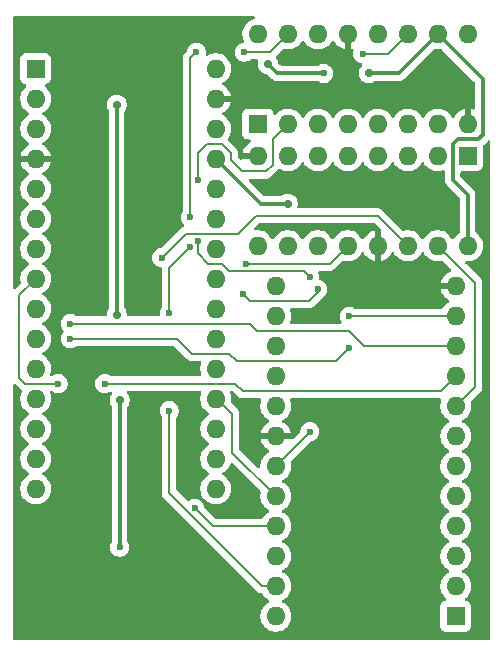
<source format=gbr>
%TF.GenerationSoftware,KiCad,Pcbnew,9.0.6+1*%
%TF.CreationDate,2025-12-07T02:18:26+01:00*%
%TF.ProjectId,EEPROM_Arduino_Programmer,45455052-4f4d-45f4-9172-6475696e6f5f,rev?*%
%TF.SameCoordinates,Original*%
%TF.FileFunction,Copper,L2,Bot*%
%TF.FilePolarity,Positive*%
%FSLAX46Y46*%
G04 Gerber Fmt 4.6, Leading zero omitted, Abs format (unit mm)*
G04 Created by KiCad (PCBNEW 9.0.6+1) date 2025-12-07 02:18:26*
%MOMM*%
%LPD*%
G01*
G04 APERTURE LIST*
%TA.AperFunction,ComponentPad*%
%ADD10R,1.600000X1.600000*%
%TD*%
%TA.AperFunction,ComponentPad*%
%ADD11O,1.600000X1.600000*%
%TD*%
%TA.AperFunction,ViaPad*%
%ADD12C,0.700000*%
%TD*%
%TA.AperFunction,ViaPad*%
%ADD13C,0.600000*%
%TD*%
%TA.AperFunction,Conductor*%
%ADD14C,0.200000*%
%TD*%
%TA.AperFunction,Conductor*%
%ADD15C,0.300000*%
%TD*%
G04 APERTURE END LIST*
D10*
%TO.P,Arduino Nano,1,D1/TX*%
%TO.N,unconnected-(A1-Pad1)*%
X148717000Y-63246000D03*
D11*
%TO.P,Arduino Nano,2,D0/RX*%
%TO.N,unconnected-(A1-Pad2)*%
X148717000Y-65786000D03*
%TO.P,Arduino Nano,3,~{RESET}*%
%TO.N,unconnected-(A1-Pad3)*%
X148717000Y-68326000D03*
%TO.P,Arduino Nano,4,GND*%
%TO.N,GND*%
X148717000Y-70866000D03*
%TO.P,Arduino Nano,5,D2*%
%TO.N,/clk*%
X148717000Y-73406000D03*
%TO.P,Arduino Nano,6,D3*%
%TO.N,/latch*%
X148717000Y-75946000D03*
%TO.P,Arduino Nano,7,D4*%
%TO.N,/data*%
X148717000Y-78486000D03*
%TO.P,Arduino Nano,8,D5*%
%TO.N,/D0*%
X148717000Y-81026000D03*
%TO.P,Arduino Nano,9,D6*%
%TO.N,/D1*%
X148717000Y-83566000D03*
%TO.P,Arduino Nano,10,D7*%
%TO.N,/D2*%
X148717000Y-86106000D03*
%TO.P,Arduino Nano,11,D8*%
%TO.N,/D3*%
X148717000Y-88646000D03*
%TO.P,Arduino Nano,12,D9*%
%TO.N,/D4*%
X148717000Y-91186000D03*
%TO.P,Arduino Nano,13,D10*%
%TO.N,/D5*%
X148717000Y-93726000D03*
%TO.P,Arduino Nano,14,D11*%
%TO.N,/D6*%
X148717000Y-96266000D03*
%TO.P,Arduino Nano,15,D12*%
%TO.N,/D7*%
X148717000Y-98806000D03*
%TO.P,Arduino Nano,16,D13*%
%TO.N,unconnected-(A1-Pad16)*%
X163957000Y-98806000D03*
%TO.P,Arduino Nano,17,3V3*%
%TO.N,unconnected-(A1-Pad17)*%
X163957000Y-96266000D03*
%TO.P,Arduino Nano,18,AREF*%
%TO.N,unconnected-(A1-Pad18)*%
X163957000Y-93726000D03*
%TO.P,Arduino Nano,19,A0*%
%TO.N,/~{OE}*%
X163957000Y-91186000D03*
%TO.P,Arduino Nano,20,A1*%
%TO.N,/~{WE}*%
X163957000Y-88646000D03*
%TO.P,Arduino Nano,21,A2*%
%TO.N,unconnected-(A1-Pad21)*%
X163957000Y-86106000D03*
%TO.P,Arduino Nano,22,A3*%
%TO.N,unconnected-(A1-Pad22)*%
X163957000Y-83566000D03*
%TO.P,Arduino Nano,23,A4*%
%TO.N,unconnected-(A1-Pad23)*%
X163957000Y-81026000D03*
%TO.P,Arduino Nano,24,A5*%
%TO.N,unconnected-(A1-Pad24)*%
X163957000Y-78486000D03*
%TO.P,Arduino Nano,25,A6*%
%TO.N,unconnected-(A1-Pad25)*%
X163957000Y-75946000D03*
%TO.P,Arduino Nano,26,A7*%
%TO.N,unconnected-(A1-Pad26)*%
X163957000Y-73406000D03*
%TO.P,Arduino Nano,27,+5V*%
%TO.N,VCC*%
X163957000Y-70866000D03*
%TO.P,Arduino Nano,28,~{RESET}*%
%TO.N,unconnected-(A1-Pad28)*%
X163957000Y-68326000D03*
%TO.P,Arduino Nano,29,GND*%
%TO.N,GND*%
X163957000Y-65786000D03*
%TO.P,Arduino Nano,30,VIN*%
%TO.N,unconnected-(A1-Pad30)*%
X163957000Y-63246000D03*
%TD*%
D10*
%TO.P,U3,1,A7*%
%TO.N,/A7*%
X184282000Y-109606000D03*
D11*
%TO.P,U3,2,A6*%
%TO.N,/A6*%
X184282000Y-107066000D03*
%TO.P,U3,3,A5*%
%TO.N,/A5*%
X184282000Y-104526000D03*
%TO.P,U3,4,A4*%
%TO.N,/A4*%
X184282000Y-101986000D03*
%TO.P,U3,5,A3*%
%TO.N,/A3*%
X184282000Y-99446000D03*
%TO.P,U3,6,A2*%
%TO.N,/A2*%
X184282000Y-96906000D03*
%TO.P,U3,7,A1*%
%TO.N,/A1*%
X184282000Y-94366000D03*
%TO.P,U3,8,A0*%
%TO.N,/A0*%
X184282000Y-91826000D03*
%TO.P,U3,9,I/O0*%
%TO.N,/D0*%
X184282000Y-89286000D03*
%TO.P,U3,10,I/O1*%
%TO.N,/D1*%
X184282000Y-86746000D03*
%TO.P,U3,11,I/O2*%
%TO.N,/D2*%
X184282000Y-84206000D03*
%TO.P,U3,12,GND*%
%TO.N,GND*%
X184282000Y-81666000D03*
%TO.P,U3,13,I/O3*%
%TO.N,/D3*%
X169042000Y-81666000D03*
%TO.P,U3,14,I/O4*%
%TO.N,/D4*%
X169042000Y-84206000D03*
%TO.P,U3,15,I/O5*%
%TO.N,/D5*%
X169042000Y-86746000D03*
%TO.P,U3,16,I/O6*%
%TO.N,/D6*%
X169042000Y-89286000D03*
%TO.P,U3,17*%
%TO.N,N/C*%
X169042000Y-91826000D03*
%TO.P,U3,18,~{CE}*%
%TO.N,GND*%
X169042000Y-94366000D03*
%TO.P,U3,19,A10*%
%TO.N,/A10*%
X169042000Y-96906000D03*
%TO.P,U3,20,~{OE}*%
%TO.N,/~{OE}*%
X169042000Y-99446000D03*
%TO.P,U3,21,~{WE}*%
%TO.N,/~{WE}*%
X169042000Y-101986000D03*
%TO.P,U3,22,A9*%
%TO.N,/A9*%
X169042000Y-104526000D03*
%TO.P,U3,23,A8*%
%TO.N,/A8*%
X169042000Y-107066000D03*
%TO.P,U3,24,VCC*%
%TO.N,VCC*%
X169042000Y-109606000D03*
%TD*%
D10*
%TO.P,U2,1,QB*%
%TO.N,/A9*%
X167528000Y-67935000D03*
D11*
%TO.P,U2,2,QC*%
%TO.N,/A10*%
X170068000Y-67935000D03*
%TO.P,U2,3,QD*%
%TO.N,unconnected-(U2-Pad3)*%
X172608000Y-67935000D03*
%TO.P,U2,4,QE*%
%TO.N,unconnected-(U2-Pad4)*%
X175148000Y-67935000D03*
%TO.P,U2,5,QF*%
%TO.N,unconnected-(U2-Pad5)*%
X177688000Y-67935000D03*
%TO.P,U2,6,QG*%
%TO.N,unconnected-(U2-Pad6)*%
X180228000Y-67935000D03*
%TO.P,U2,7,QH*%
%TO.N,unconnected-(U2-Pad7)*%
X182768000Y-67935000D03*
%TO.P,U2,8,GND*%
%TO.N,GND*%
X185308000Y-67935000D03*
%TO.P,U2,9,QH'*%
%TO.N,unconnected-(U2-Pad9)*%
X185308000Y-60315000D03*
%TO.P,U2,10,~{SRCLR}*%
%TO.N,VCC*%
X182768000Y-60315000D03*
%TO.P,U2,11,SRCLK*%
%TO.N,/latch*%
X180228000Y-60315000D03*
%TO.P,U2,12,RCLK*%
%TO.N,/clk*%
X177688000Y-60315000D03*
%TO.P,U2,13,~{OE}*%
%TO.N,GND*%
X175148000Y-60315000D03*
%TO.P,U2,14,SER*%
%TO.N,Net-(U1-Pad9)*%
X172608000Y-60315000D03*
%TO.P,U2,15,QA*%
%TO.N,/A8*%
X170068000Y-60315000D03*
%TO.P,U2,16,VCC*%
%TO.N,VCC*%
X167528000Y-60315000D03*
%TD*%
D10*
%TO.P,U1,1,QB*%
%TO.N,/A1*%
X185293000Y-70612000D03*
D11*
%TO.P,U1,2,QC*%
%TO.N,/A2*%
X182753000Y-70612000D03*
%TO.P,U1,3,QD*%
%TO.N,/A3*%
X180213000Y-70612000D03*
%TO.P,U1,4,QE*%
%TO.N,/A4*%
X177673000Y-70612000D03*
%TO.P,U1,5,QF*%
%TO.N,/A5*%
X175133000Y-70612000D03*
%TO.P,U1,6,QG*%
%TO.N,/A6*%
X172593000Y-70612000D03*
%TO.P,U1,7,QH*%
%TO.N,/A7*%
X170053000Y-70612000D03*
%TO.P,U1,8,GND*%
%TO.N,GND*%
X167513000Y-70612000D03*
%TO.P,U1,9,QH'*%
%TO.N,Net-(U1-Pad9)*%
X167513000Y-78232000D03*
%TO.P,U1,10,~{SRCLR}*%
%TO.N,VCC*%
X170053000Y-78232000D03*
%TO.P,U1,11,SRCLK*%
%TO.N,/latch*%
X172593000Y-78232000D03*
%TO.P,U1,12,RCLK*%
%TO.N,/clk*%
X175133000Y-78232000D03*
%TO.P,U1,13,~{OE}*%
%TO.N,GND*%
X177673000Y-78232000D03*
%TO.P,U1,14,SER*%
%TO.N,/data*%
X180213000Y-78232000D03*
%TO.P,U1,15,QA*%
%TO.N,/A0*%
X182753000Y-78232000D03*
%TO.P,U1,16,VCC*%
%TO.N,VCC*%
X185293000Y-78232000D03*
%TD*%
D12*
%TO.N,GND*%
X177673000Y-74676000D03*
X177673000Y-94361000D03*
X177673000Y-82931000D03*
X182132500Y-72517000D03*
D13*
%TO.N,/clk*%
X166497000Y-79756000D03*
%TO.N,/latch*%
X172593000Y-81915000D03*
X176403000Y-61976000D03*
X166243000Y-82296000D03*
%TO.N,/data*%
X159385000Y-79248000D03*
%TO.N,/D0*%
X154559000Y-89916000D03*
X150622000Y-89916000D03*
%TO.N,/D1*%
X151638000Y-84836000D03*
%TO.N,/D2*%
X175260000Y-86868000D03*
X175260000Y-84201000D03*
X151638000Y-86106000D03*
%TO.N,/~{WE}*%
X162179000Y-100457000D03*
D12*
%TO.N,VCC*%
X155575000Y-84074000D03*
X168402000Y-62865000D03*
D13*
X173115767Y-63641767D03*
D12*
X155829000Y-91313000D03*
D13*
X155829000Y-103759000D03*
D12*
X155575000Y-66294000D03*
X170053000Y-74676000D03*
X176911000Y-63627000D03*
D13*
%TO.N,/A10*%
X171922500Y-93980000D03*
X162433000Y-72644000D03*
X171922500Y-80899000D03*
X162433000Y-77851000D03*
%TO.N,/A8*%
X160020000Y-92202000D03*
X160020000Y-83947000D03*
X161798000Y-75819000D03*
X166370000Y-61849000D03*
X161798000Y-78359000D03*
X162306000Y-61849000D03*
%TD*%
D14*
%TO.N,/clk*%
X166497000Y-79756000D02*
X173609000Y-79756000D01*
X173609000Y-79756000D02*
X175133000Y-78232000D01*
%TO.N,/latch*%
X172593000Y-81915000D02*
X172593000Y-82169000D01*
X172593000Y-82169000D02*
X171831000Y-82931000D01*
X166878000Y-82931000D02*
X166243000Y-82296000D01*
X178567000Y-61976000D02*
X180228000Y-60315000D01*
X176403000Y-61976000D02*
X178567000Y-61976000D01*
X171831000Y-82931000D02*
X168402000Y-82931000D01*
X167640000Y-82931000D02*
X167259000Y-82931000D01*
X167259000Y-82931000D02*
X166878000Y-82931000D01*
X168402000Y-82931000D02*
X167640000Y-82931000D01*
%TO.N,/data*%
X159385000Y-79248000D02*
X161417000Y-77216000D01*
X177673000Y-75692000D02*
X180213000Y-78232000D01*
X161417000Y-77216000D02*
X165862000Y-77216000D01*
X165862000Y-77216000D02*
X167386000Y-75692000D01*
X167386000Y-75692000D02*
X177673000Y-75692000D01*
%TO.N,/D0*%
X147320000Y-82423000D02*
X147320000Y-89408000D01*
X148717000Y-81026000D02*
X147320000Y-82423000D01*
X154559000Y-89916000D02*
X165608000Y-89916000D01*
X147320000Y-89408000D02*
X147828000Y-89916000D01*
X166243000Y-90551000D02*
X183017000Y-90551000D01*
X183017000Y-90551000D02*
X184282000Y-89286000D01*
X165608000Y-89916000D02*
X166243000Y-90551000D01*
X147828000Y-89916000D02*
X150622000Y-89916000D01*
%TO.N,/D1*%
X166857056Y-84836000D02*
X167492056Y-85471000D01*
X151892000Y-84836000D02*
X166857056Y-84836000D01*
X167492056Y-85471000D02*
X175260000Y-85471000D01*
X175260000Y-85471000D02*
X176535000Y-86746000D01*
X176535000Y-86746000D02*
X184282000Y-86746000D01*
X151892000Y-84836000D02*
X151638000Y-84836000D01*
%TO.N,/D2*%
X165100000Y-87376000D02*
X165735000Y-88011000D01*
X175265000Y-84206000D02*
X184282000Y-84206000D01*
X160655000Y-86106000D02*
X161925000Y-87376000D01*
X165735000Y-88011000D02*
X174117000Y-88011000D01*
X174117000Y-88011000D02*
X175260000Y-86868000D01*
X151638000Y-86106000D02*
X160655000Y-86106000D01*
X175260000Y-84201000D02*
X175265000Y-84206000D01*
X161925000Y-87376000D02*
X165100000Y-87376000D01*
%TO.N,/~{OE}*%
X165354000Y-92456000D02*
X165354000Y-95758000D01*
X163957000Y-91186000D02*
X164084000Y-91186000D01*
X165354000Y-95758000D02*
X169042000Y-99446000D01*
X164084000Y-91186000D02*
X165354000Y-92456000D01*
%TO.N,/~{WE}*%
X162179000Y-100457000D02*
X163708000Y-101986000D01*
X163708000Y-101986000D02*
X169042000Y-101986000D01*
D15*
%TO.N,VCC*%
X184467500Y-69215000D02*
X186182000Y-69215000D01*
X167767000Y-74676000D02*
X163957000Y-70866000D01*
X186182000Y-69215000D02*
X186563000Y-68834000D01*
X184023000Y-72644000D02*
X184023000Y-69659500D01*
X176911000Y-63627000D02*
X179456000Y-63627000D01*
X184023000Y-69659500D02*
X184467500Y-69215000D01*
X170053000Y-74676000D02*
X167767000Y-74676000D01*
X185293000Y-73914000D02*
X184023000Y-72644000D01*
X169178767Y-63641767D02*
X168402000Y-62865000D01*
X155575000Y-84074000D02*
X155575000Y-66294000D01*
X186563000Y-64110000D02*
X182768000Y-60315000D01*
X179456000Y-63627000D02*
X182768000Y-60315000D01*
X185293000Y-78232000D02*
X185293000Y-73914000D01*
X186563000Y-68834000D02*
X186563000Y-64110000D01*
X155829000Y-103759000D02*
X155829000Y-91313000D01*
X173115767Y-63641767D02*
X169178767Y-63641767D01*
D14*
%TO.N,/A0*%
X182753000Y-78232000D02*
X185928000Y-81407000D01*
X185928000Y-81407000D02*
X185928000Y-90180000D01*
X185928000Y-90180000D02*
X184282000Y-91826000D01*
%TO.N,/A10*%
X171414500Y-80391000D02*
X171922500Y-80899000D01*
X163195000Y-69596000D02*
X162433000Y-70358000D01*
X170068000Y-67935000D02*
X168788000Y-69215000D01*
X164465000Y-69596000D02*
X163195000Y-69596000D01*
X162433000Y-78867000D02*
X163322000Y-79756000D01*
X164465000Y-79756000D02*
X165100000Y-80391000D01*
X171922500Y-93980000D02*
X171922500Y-94025500D01*
X168211500Y-71945500D02*
X166179500Y-71945500D01*
X165100000Y-80391000D02*
X171414500Y-80391000D01*
X165227000Y-70993000D02*
X165227000Y-70358000D01*
X163322000Y-79756000D02*
X164465000Y-79756000D01*
X168788000Y-69215000D02*
X168788000Y-71369000D01*
X165227000Y-70358000D02*
X164465000Y-69596000D01*
X171922500Y-94025500D02*
X169042000Y-96906000D01*
X162433000Y-70358000D02*
X162433000Y-72644000D01*
X162433000Y-77851000D02*
X162433000Y-78867000D01*
X168788000Y-71369000D02*
X168211500Y-71945500D01*
X166179500Y-71945500D02*
X165227000Y-70993000D01*
%TO.N,/A8*%
X168534000Y-61849000D02*
X170068000Y-60315000D01*
X161798000Y-62357000D02*
X162306000Y-61849000D01*
X167910630Y-107066000D02*
X169042000Y-107066000D01*
X161798000Y-78359000D02*
X160020000Y-80137000D01*
X160020000Y-80137000D02*
X160020000Y-83947000D01*
X160020000Y-99175370D02*
X167910630Y-107066000D01*
X160020000Y-92202000D02*
X160020000Y-99175370D01*
X166370000Y-61849000D02*
X168534000Y-61849000D01*
X161798000Y-75819000D02*
X161798000Y-62357000D01*
%TD*%
%TA.AperFunction,Conductor*%
%TO.N,GND*%
G36*
X167224268Y-58821502D02*
G01*
X167270761Y-58875158D01*
X167280865Y-58945432D01*
X167251371Y-59010012D01*
X167195084Y-59047333D01*
X167025710Y-59102366D01*
X167025708Y-59102367D01*
X166842193Y-59195873D01*
X166675567Y-59316934D01*
X166675564Y-59316936D01*
X166529936Y-59462564D01*
X166529934Y-59462567D01*
X166408873Y-59629193D01*
X166315367Y-59812708D01*
X166315364Y-59812714D01*
X166251721Y-60008587D01*
X166251720Y-60008590D01*
X166251720Y-60008592D01*
X166219500Y-60212019D01*
X166219500Y-60417981D01*
X166242090Y-60560606D01*
X166251721Y-60621412D01*
X166278529Y-60703920D01*
X166315366Y-60817290D01*
X166340764Y-60867136D01*
X166353868Y-60936912D01*
X166327168Y-61002696D01*
X166269141Y-61043603D01*
X166253079Y-61047917D01*
X166165054Y-61065426D01*
X166134169Y-61071570D01*
X166134167Y-61071571D01*
X165987032Y-61132517D01*
X165854609Y-61220998D01*
X165854603Y-61221003D01*
X165742003Y-61333603D01*
X165741998Y-61333609D01*
X165675121Y-61433699D01*
X165653517Y-61466032D01*
X165592570Y-61613169D01*
X165588944Y-61631397D01*
X165561500Y-61769367D01*
X165561500Y-61928632D01*
X165574724Y-61995110D01*
X165592570Y-62084831D01*
X165653517Y-62231968D01*
X165738375Y-62358968D01*
X165741998Y-62364390D01*
X165742003Y-62364396D01*
X165854603Y-62476996D01*
X165854609Y-62477001D01*
X165854611Y-62477003D01*
X165987032Y-62565483D01*
X166134169Y-62626430D01*
X166290370Y-62657500D01*
X166290371Y-62657500D01*
X166449629Y-62657500D01*
X166449630Y-62657500D01*
X166605831Y-62626430D01*
X166752968Y-62565483D01*
X166882797Y-62478734D01*
X166950549Y-62457520D01*
X166952798Y-62457500D01*
X167454252Y-62457500D01*
X167522373Y-62477502D01*
X167568866Y-62531158D01*
X167578970Y-62601432D01*
X167577409Y-62608456D01*
X167577700Y-62608514D01*
X167576492Y-62614583D01*
X167576492Y-62614585D01*
X167567956Y-62657499D01*
X167543500Y-62780441D01*
X167543500Y-62949558D01*
X167576492Y-63115415D01*
X167576493Y-63115418D01*
X167581032Y-63126376D01*
X167641207Y-63271652D01*
X167735159Y-63412262D01*
X167854738Y-63531841D01*
X167995348Y-63625793D01*
X168151585Y-63690508D01*
X168294685Y-63718972D01*
X168357593Y-63751880D01*
X168359197Y-63753456D01*
X168667277Y-64061536D01*
X168758998Y-64153257D01*
X168866850Y-64225322D01*
X168986690Y-64274961D01*
X169113910Y-64300267D01*
X172607799Y-64300267D01*
X172675920Y-64320269D01*
X172677769Y-64321480D01*
X172732799Y-64358250D01*
X172879936Y-64419197D01*
X173036137Y-64450267D01*
X173036138Y-64450267D01*
X173195396Y-64450267D01*
X173195397Y-64450267D01*
X173351598Y-64419197D01*
X173498735Y-64358250D01*
X173631156Y-64269770D01*
X173743770Y-64157156D01*
X173832250Y-64024735D01*
X173893197Y-63877598D01*
X173924267Y-63721397D01*
X173924267Y-63562137D01*
X173893197Y-63405936D01*
X173832250Y-63258799D01*
X173743770Y-63126378D01*
X173743768Y-63126376D01*
X173743763Y-63126370D01*
X173631163Y-63013770D01*
X173631157Y-63013765D01*
X173591139Y-62987026D01*
X173498735Y-62925284D01*
X173351598Y-62864337D01*
X173273497Y-62848802D01*
X173195399Y-62833267D01*
X173195397Y-62833267D01*
X173036137Y-62833267D01*
X173036134Y-62833267D01*
X172918986Y-62856569D01*
X172879936Y-62864337D01*
X172868790Y-62868954D01*
X172732800Y-62925283D01*
X172711393Y-62939587D01*
X172677798Y-62962033D01*
X172610047Y-62983247D01*
X172607799Y-62983267D01*
X169503717Y-62983267D01*
X169473796Y-62974481D01*
X169443331Y-62967854D01*
X169438236Y-62964040D01*
X169435596Y-62963265D01*
X169414621Y-62946362D01*
X169290455Y-62822195D01*
X169256430Y-62759883D01*
X169255972Y-62757682D01*
X169255126Y-62753428D01*
X169227508Y-62614585D01*
X169162793Y-62458348D01*
X169068999Y-62317975D01*
X169047785Y-62250223D01*
X169066568Y-62181756D01*
X169084665Y-62158883D01*
X169624481Y-61619066D01*
X169686792Y-61585043D01*
X169752511Y-61588330D01*
X169758404Y-61590244D01*
X169761586Y-61591278D01*
X169761588Y-61591278D01*
X169761592Y-61591280D01*
X169965019Y-61623500D01*
X169965022Y-61623500D01*
X170170978Y-61623500D01*
X170170981Y-61623500D01*
X170374408Y-61591280D01*
X170570290Y-61527634D01*
X170753803Y-61434129D01*
X170920430Y-61313068D01*
X171066068Y-61167430D01*
X171187129Y-61000803D01*
X171225734Y-60925034D01*
X171274481Y-60873422D01*
X171343396Y-60856356D01*
X171410598Y-60879257D01*
X171450264Y-60925034D01*
X171488871Y-61000803D01*
X171609932Y-61167430D01*
X171609934Y-61167432D01*
X171609936Y-61167435D01*
X171755564Y-61313063D01*
X171755567Y-61313065D01*
X171755570Y-61313068D01*
X171922197Y-61434129D01*
X172105710Y-61527634D01*
X172301592Y-61591280D01*
X172505019Y-61623500D01*
X172505022Y-61623500D01*
X172710978Y-61623500D01*
X172710981Y-61623500D01*
X172914408Y-61591280D01*
X173110290Y-61527634D01*
X173293803Y-61434129D01*
X173460430Y-61313068D01*
X173606068Y-61167430D01*
X173727129Y-61000803D01*
X173766014Y-60924486D01*
X173814759Y-60872874D01*
X173883674Y-60855807D01*
X173950876Y-60878707D01*
X173990545Y-60924487D01*
X174029298Y-61000542D01*
X174150315Y-61167107D01*
X174150317Y-61167110D01*
X174295889Y-61312682D01*
X174295892Y-61312684D01*
X174462454Y-61433699D01*
X174645900Y-61527170D01*
X174645906Y-61527173D01*
X174841705Y-61590791D01*
X174841717Y-61590794D01*
X174893999Y-61599074D01*
X174894000Y-61599074D01*
X174894000Y-60626686D01*
X174902394Y-60635080D01*
X174993606Y-60687741D01*
X175095339Y-60715000D01*
X175200661Y-60715000D01*
X175302394Y-60687741D01*
X175393606Y-60635080D01*
X175402000Y-60626686D01*
X175402000Y-61599074D01*
X175454282Y-61590794D01*
X175454291Y-61590792D01*
X175464974Y-61587321D01*
X175535941Y-61585290D01*
X175596741Y-61621949D01*
X175628069Y-61685660D01*
X175625107Y-61733766D01*
X175626778Y-61734099D01*
X175625571Y-61740166D01*
X175625570Y-61740169D01*
X175610408Y-61816390D01*
X175594500Y-61896367D01*
X175594500Y-62055632D01*
X175607727Y-62122127D01*
X175625570Y-62211831D01*
X175686517Y-62358968D01*
X175765385Y-62477003D01*
X175774998Y-62491390D01*
X175775003Y-62491396D01*
X175887603Y-62603996D01*
X175887609Y-62604001D01*
X175887611Y-62604003D01*
X176020032Y-62692483D01*
X176167169Y-62753430D01*
X176272358Y-62774353D01*
X176335266Y-62807259D01*
X176370398Y-62868954D01*
X176366598Y-62939849D01*
X176336871Y-62987026D01*
X176244158Y-63079739D01*
X176150207Y-63220347D01*
X176085493Y-63376581D01*
X176085492Y-63376584D01*
X176052500Y-63542441D01*
X176052500Y-63711558D01*
X176085492Y-63877415D01*
X176150207Y-64033652D01*
X176244159Y-64174262D01*
X176363738Y-64293841D01*
X176504348Y-64387793D01*
X176660585Y-64452508D01*
X176826445Y-64485500D01*
X176995555Y-64485500D01*
X177161415Y-64452508D01*
X177317652Y-64387793D01*
X177438965Y-64306734D01*
X177506717Y-64285520D01*
X177508966Y-64285500D01*
X179520857Y-64285500D01*
X179648077Y-64260194D01*
X179767917Y-64210555D01*
X179875769Y-64138491D01*
X182382864Y-61631393D01*
X182445173Y-61597371D01*
X182491659Y-61596042D01*
X182665019Y-61623500D01*
X182665023Y-61623500D01*
X182870978Y-61623500D01*
X182870981Y-61623500D01*
X183044334Y-61596043D01*
X183114743Y-61605143D01*
X183153138Y-61631397D01*
X185867595Y-64345854D01*
X185901621Y-64408166D01*
X185904500Y-64434949D01*
X185904500Y-66580077D01*
X185884498Y-66648198D01*
X185830842Y-66694691D01*
X185760568Y-66704795D01*
X185739564Y-66699910D01*
X185614295Y-66659208D01*
X185614296Y-66659208D01*
X185562000Y-66650925D01*
X185562000Y-67623314D01*
X185553606Y-67614920D01*
X185462394Y-67562259D01*
X185360661Y-67535000D01*
X185255339Y-67535000D01*
X185153606Y-67562259D01*
X185062394Y-67614920D01*
X185054000Y-67623314D01*
X185054000Y-66650925D01*
X185001704Y-66659208D01*
X184805906Y-66722826D01*
X184805900Y-66722829D01*
X184622454Y-66816300D01*
X184455892Y-66937315D01*
X184455889Y-66937317D01*
X184310317Y-67082889D01*
X184310315Y-67082892D01*
X184189299Y-67249455D01*
X184150545Y-67325513D01*
X184101796Y-67377127D01*
X184032881Y-67394192D01*
X183965680Y-67371290D01*
X183926013Y-67325511D01*
X183887129Y-67249197D01*
X183766068Y-67082570D01*
X183766065Y-67082567D01*
X183766063Y-67082564D01*
X183620435Y-66936936D01*
X183620432Y-66936934D01*
X183620430Y-66936932D01*
X183462188Y-66821963D01*
X183453806Y-66815873D01*
X183453805Y-66815872D01*
X183453803Y-66815871D01*
X183270290Y-66722366D01*
X183270287Y-66722365D01*
X183270285Y-66722364D01*
X183074412Y-66658721D01*
X183074410Y-66658720D01*
X183074408Y-66658720D01*
X182870981Y-66626500D01*
X182665019Y-66626500D01*
X182461592Y-66658720D01*
X182461590Y-66658720D01*
X182461587Y-66658721D01*
X182265714Y-66722364D01*
X182265708Y-66722367D01*
X182082193Y-66815873D01*
X181915567Y-66936934D01*
X181915564Y-66936936D01*
X181769936Y-67082564D01*
X181769934Y-67082567D01*
X181648873Y-67249193D01*
X181610267Y-67324962D01*
X181561518Y-67376577D01*
X181492603Y-67393643D01*
X181425402Y-67370742D01*
X181385733Y-67324962D01*
X181347129Y-67249197D01*
X181226068Y-67082570D01*
X181226065Y-67082567D01*
X181226063Y-67082564D01*
X181080435Y-66936936D01*
X181080432Y-66936934D01*
X181080430Y-66936932D01*
X180922188Y-66821963D01*
X180913806Y-66815873D01*
X180913805Y-66815872D01*
X180913803Y-66815871D01*
X180730290Y-66722366D01*
X180730287Y-66722365D01*
X180730285Y-66722364D01*
X180534412Y-66658721D01*
X180534410Y-66658720D01*
X180534408Y-66658720D01*
X180330981Y-66626500D01*
X180125019Y-66626500D01*
X179921592Y-66658720D01*
X179921590Y-66658720D01*
X179921587Y-66658721D01*
X179725714Y-66722364D01*
X179725708Y-66722367D01*
X179542193Y-66815873D01*
X179375567Y-66936934D01*
X179375564Y-66936936D01*
X179229936Y-67082564D01*
X179229934Y-67082567D01*
X179108873Y-67249193D01*
X179070267Y-67324962D01*
X179021518Y-67376577D01*
X178952603Y-67393643D01*
X178885402Y-67370742D01*
X178845733Y-67324962D01*
X178807129Y-67249197D01*
X178686068Y-67082570D01*
X178686065Y-67082567D01*
X178686063Y-67082564D01*
X178540435Y-66936936D01*
X178540432Y-66936934D01*
X178540430Y-66936932D01*
X178382188Y-66821963D01*
X178373806Y-66815873D01*
X178373805Y-66815872D01*
X178373803Y-66815871D01*
X178190290Y-66722366D01*
X178190287Y-66722365D01*
X178190285Y-66722364D01*
X177994412Y-66658721D01*
X177994410Y-66658720D01*
X177994408Y-66658720D01*
X177790981Y-66626500D01*
X177585019Y-66626500D01*
X177381592Y-66658720D01*
X177381590Y-66658720D01*
X177381587Y-66658721D01*
X177185714Y-66722364D01*
X177185708Y-66722367D01*
X177002193Y-66815873D01*
X176835567Y-66936934D01*
X176835564Y-66936936D01*
X176689936Y-67082564D01*
X176689934Y-67082567D01*
X176568873Y-67249193D01*
X176530267Y-67324962D01*
X176481518Y-67376577D01*
X176412603Y-67393643D01*
X176345402Y-67370742D01*
X176305733Y-67324962D01*
X176267129Y-67249197D01*
X176146068Y-67082570D01*
X176146065Y-67082567D01*
X176146063Y-67082564D01*
X176000435Y-66936936D01*
X176000432Y-66936934D01*
X176000430Y-66936932D01*
X175842188Y-66821963D01*
X175833806Y-66815873D01*
X175833805Y-66815872D01*
X175833803Y-66815871D01*
X175650290Y-66722366D01*
X175650287Y-66722365D01*
X175650285Y-66722364D01*
X175454412Y-66658721D01*
X175454410Y-66658720D01*
X175454408Y-66658720D01*
X175250981Y-66626500D01*
X175045019Y-66626500D01*
X174841592Y-66658720D01*
X174841590Y-66658720D01*
X174841587Y-66658721D01*
X174645714Y-66722364D01*
X174645708Y-66722367D01*
X174462193Y-66815873D01*
X174295567Y-66936934D01*
X174295564Y-66936936D01*
X174149936Y-67082564D01*
X174149934Y-67082567D01*
X174028873Y-67249193D01*
X173990267Y-67324962D01*
X173941518Y-67376577D01*
X173872603Y-67393643D01*
X173805402Y-67370742D01*
X173765733Y-67324962D01*
X173727129Y-67249197D01*
X173606068Y-67082570D01*
X173606065Y-67082567D01*
X173606063Y-67082564D01*
X173460435Y-66936936D01*
X173460432Y-66936934D01*
X173460430Y-66936932D01*
X173302188Y-66821963D01*
X173293806Y-66815873D01*
X173293805Y-66815872D01*
X173293803Y-66815871D01*
X173110290Y-66722366D01*
X173110287Y-66722365D01*
X173110285Y-66722364D01*
X172914412Y-66658721D01*
X172914410Y-66658720D01*
X172914408Y-66658720D01*
X172710981Y-66626500D01*
X172505019Y-66626500D01*
X172301592Y-66658720D01*
X172301590Y-66658720D01*
X172301587Y-66658721D01*
X172105714Y-66722364D01*
X172105708Y-66722367D01*
X171922193Y-66815873D01*
X171755567Y-66936934D01*
X171755564Y-66936936D01*
X171609936Y-67082564D01*
X171609934Y-67082567D01*
X171488873Y-67249193D01*
X171450267Y-67324962D01*
X171401518Y-67376577D01*
X171332603Y-67393643D01*
X171265402Y-67370742D01*
X171225733Y-67324962D01*
X171187129Y-67249197D01*
X171066068Y-67082570D01*
X171066065Y-67082567D01*
X171066063Y-67082564D01*
X170920435Y-66936936D01*
X170920432Y-66936934D01*
X170920430Y-66936932D01*
X170762188Y-66821963D01*
X170753806Y-66815873D01*
X170753805Y-66815872D01*
X170753803Y-66815871D01*
X170570290Y-66722366D01*
X170570287Y-66722365D01*
X170570285Y-66722364D01*
X170374412Y-66658721D01*
X170374410Y-66658720D01*
X170374408Y-66658720D01*
X170170981Y-66626500D01*
X169965019Y-66626500D01*
X169761592Y-66658720D01*
X169761590Y-66658720D01*
X169761587Y-66658721D01*
X169565714Y-66722364D01*
X169565708Y-66722367D01*
X169382193Y-66815873D01*
X169215567Y-66936934D01*
X169215564Y-66936936D01*
X169069933Y-67082567D01*
X169058484Y-67098326D01*
X169002260Y-67141678D01*
X168931524Y-67147752D01*
X168868733Y-67114618D01*
X168833824Y-67052797D01*
X168831272Y-67037728D01*
X168829990Y-67025804D01*
X168829988Y-67025795D01*
X168784821Y-66904700D01*
X168778889Y-66888796D01*
X168778888Y-66888794D01*
X168778887Y-66888792D01*
X168691261Y-66771738D01*
X168574207Y-66684112D01*
X168574202Y-66684110D01*
X168437204Y-66633011D01*
X168437196Y-66633009D01*
X168376649Y-66626500D01*
X168376638Y-66626500D01*
X166679362Y-66626500D01*
X166679350Y-66626500D01*
X166618803Y-66633009D01*
X166618795Y-66633011D01*
X166481797Y-66684110D01*
X166481792Y-66684112D01*
X166364738Y-66771738D01*
X166277112Y-66888792D01*
X166277110Y-66888797D01*
X166226011Y-67025795D01*
X166226009Y-67025803D01*
X166219500Y-67086350D01*
X166219500Y-68783649D01*
X166226009Y-68844196D01*
X166226011Y-68844204D01*
X166277110Y-68981202D01*
X166277112Y-68981207D01*
X166364738Y-69098261D01*
X166481792Y-69185887D01*
X166481794Y-69185888D01*
X166481796Y-69185889D01*
X166524921Y-69201974D01*
X166618795Y-69236988D01*
X166618803Y-69236990D01*
X166679350Y-69243499D01*
X166679355Y-69243499D01*
X166679362Y-69243500D01*
X166792887Y-69243500D01*
X166861008Y-69263502D01*
X166907501Y-69317158D01*
X166917605Y-69387432D01*
X166888111Y-69452012D01*
X166850089Y-69481767D01*
X166827457Y-69493298D01*
X166660892Y-69614315D01*
X166660889Y-69614317D01*
X166515317Y-69759889D01*
X166515315Y-69759892D01*
X166394300Y-69926454D01*
X166300829Y-70109900D01*
X166300826Y-70109906D01*
X166237208Y-70305704D01*
X166228926Y-70358000D01*
X167201314Y-70358000D01*
X167192920Y-70366394D01*
X167140259Y-70457606D01*
X167113000Y-70559339D01*
X167113000Y-70664661D01*
X167140259Y-70766394D01*
X167192920Y-70857606D01*
X167201314Y-70866000D01*
X166228924Y-70866000D01*
X166193821Y-70907101D01*
X166181987Y-70914825D01*
X166173519Y-70926139D01*
X166152847Y-70933849D01*
X166134371Y-70945911D01*
X166120238Y-70946011D01*
X166106999Y-70950950D01*
X166085440Y-70946260D01*
X166063376Y-70946418D01*
X166050013Y-70938553D01*
X166037625Y-70935859D01*
X166008915Y-70914366D01*
X165872405Y-70777856D01*
X165838379Y-70715544D01*
X165835500Y-70688761D01*
X165835500Y-70277890D01*
X165809392Y-70180454D01*
X165794032Y-70123128D01*
X165786285Y-70109710D01*
X165713922Y-69984373D01*
X165011345Y-69281796D01*
X164977322Y-69219486D01*
X164982386Y-69148671D01*
X164998506Y-69118642D01*
X165005455Y-69109078D01*
X165076129Y-69011803D01*
X165169634Y-68828290D01*
X165233280Y-68632408D01*
X165265500Y-68428981D01*
X165265500Y-68223019D01*
X165233280Y-68019592D01*
X165169634Y-67823710D01*
X165076129Y-67640197D01*
X164955068Y-67473570D01*
X164955065Y-67473567D01*
X164955063Y-67473564D01*
X164809435Y-67327936D01*
X164809432Y-67327934D01*
X164809430Y-67327932D01*
X164642803Y-67206871D01*
X164566486Y-67167985D01*
X164514873Y-67119239D01*
X164497807Y-67050324D01*
X164520708Y-66983122D01*
X164566488Y-66943453D01*
X164642545Y-66904699D01*
X164809107Y-66783684D01*
X164809110Y-66783682D01*
X164954682Y-66638110D01*
X164954684Y-66638107D01*
X165075699Y-66471545D01*
X165169170Y-66288099D01*
X165169173Y-66288093D01*
X165232791Y-66092295D01*
X165241074Y-66040000D01*
X164387703Y-66040000D01*
X164422925Y-65978993D01*
X164457000Y-65851826D01*
X164457000Y-65720174D01*
X164422925Y-65593007D01*
X164387703Y-65532000D01*
X165241074Y-65532000D01*
X165232791Y-65479704D01*
X165169173Y-65283906D01*
X165169170Y-65283900D01*
X165075699Y-65100454D01*
X164954684Y-64933892D01*
X164954682Y-64933889D01*
X164809110Y-64788317D01*
X164809107Y-64788315D01*
X164642542Y-64667298D01*
X164566487Y-64628545D01*
X164514872Y-64579797D01*
X164497807Y-64510882D01*
X164520708Y-64443680D01*
X164566485Y-64404014D01*
X164642803Y-64365129D01*
X164809430Y-64244068D01*
X164955068Y-64098430D01*
X165076129Y-63931803D01*
X165169634Y-63748290D01*
X165233280Y-63552408D01*
X165265500Y-63348981D01*
X165265500Y-63143019D01*
X165233280Y-62939592D01*
X165169634Y-62743710D01*
X165076129Y-62560197D01*
X164955068Y-62393570D01*
X164955065Y-62393567D01*
X164955063Y-62393564D01*
X164809435Y-62247936D01*
X164809432Y-62247934D01*
X164809430Y-62247932D01*
X164683999Y-62156802D01*
X164642806Y-62126873D01*
X164642805Y-62126872D01*
X164642803Y-62126871D01*
X164459290Y-62033366D01*
X164459287Y-62033365D01*
X164459285Y-62033364D01*
X164263412Y-61969721D01*
X164263410Y-61969720D01*
X164263408Y-61969720D01*
X164059981Y-61937500D01*
X163854019Y-61937500D01*
X163650592Y-61969720D01*
X163650590Y-61969720D01*
X163650587Y-61969721D01*
X163454714Y-62033364D01*
X163454708Y-62033367D01*
X163284409Y-62120139D01*
X163214632Y-62133243D01*
X163148847Y-62106543D01*
X163107941Y-62048515D01*
X163103627Y-61983291D01*
X163114500Y-61928630D01*
X163114500Y-61769370D01*
X163083430Y-61613169D01*
X163022483Y-61466032D01*
X162934003Y-61333611D01*
X162934001Y-61333609D01*
X162933996Y-61333603D01*
X162821396Y-61221003D01*
X162821390Y-61220998D01*
X162787824Y-61198570D01*
X162688968Y-61132517D01*
X162541831Y-61071570D01*
X162463730Y-61056035D01*
X162385632Y-61040500D01*
X162385630Y-61040500D01*
X162226370Y-61040500D01*
X162226367Y-61040500D01*
X162109219Y-61063802D01*
X162070169Y-61071570D01*
X162070167Y-61071571D01*
X161923032Y-61132517D01*
X161790609Y-61220998D01*
X161790603Y-61221003D01*
X161678003Y-61333603D01*
X161677998Y-61333609D01*
X161611121Y-61433699D01*
X161589517Y-61466032D01*
X161528570Y-61613169D01*
X161524944Y-61631397D01*
X161498107Y-61766314D01*
X161465199Y-61829224D01*
X161463623Y-61830827D01*
X161311083Y-61983366D01*
X161311075Y-61983376D01*
X161230967Y-62122127D01*
X161230968Y-62122128D01*
X161197259Y-62247934D01*
X161189500Y-62276890D01*
X161189500Y-75236201D01*
X161169498Y-75304322D01*
X161168266Y-75306202D01*
X161081516Y-75436033D01*
X161020571Y-75583167D01*
X161020570Y-75583170D01*
X160989500Y-75739367D01*
X160989500Y-75739370D01*
X160989500Y-75898630D01*
X161020570Y-76054831D01*
X161081517Y-76201968D01*
X161149277Y-76303379D01*
X161169998Y-76334390D01*
X161170003Y-76334396D01*
X161266342Y-76430735D01*
X161300368Y-76493047D01*
X161295303Y-76563862D01*
X161252756Y-76620698D01*
X161209862Y-76641536D01*
X161182130Y-76648967D01*
X161182122Y-76648970D01*
X161043376Y-76729075D01*
X161043366Y-76729083D01*
X159366827Y-78405623D01*
X159304515Y-78439649D01*
X159302314Y-78440107D01*
X159177665Y-78464901D01*
X159149169Y-78470570D01*
X159149167Y-78470571D01*
X159002032Y-78531517D01*
X158869609Y-78619998D01*
X158869603Y-78620003D01*
X158757003Y-78732603D01*
X158756998Y-78732609D01*
X158710981Y-78801479D01*
X158668517Y-78865032D01*
X158621567Y-78978379D01*
X158607571Y-79012167D01*
X158607570Y-79012170D01*
X158576500Y-79168367D01*
X158576500Y-79327632D01*
X158581174Y-79351129D01*
X158607570Y-79483831D01*
X158668517Y-79630968D01*
X158752060Y-79756000D01*
X158756998Y-79763390D01*
X158757003Y-79763396D01*
X158869603Y-79875996D01*
X158869609Y-79876001D01*
X158869611Y-79876003D01*
X159002032Y-79964483D01*
X159149169Y-80025430D01*
X159305370Y-80056500D01*
X159310081Y-80057437D01*
X159372991Y-80090344D01*
X159408123Y-80152039D01*
X159411500Y-80181016D01*
X159411500Y-83364201D01*
X159391498Y-83432322D01*
X159390266Y-83434202D01*
X159303516Y-83564033D01*
X159242571Y-83711167D01*
X159242570Y-83711170D01*
X159211500Y-83867367D01*
X159211500Y-84026632D01*
X159221503Y-84076918D01*
X159215175Y-84147632D01*
X159171621Y-84203700D01*
X159104669Y-84227319D01*
X159097924Y-84227500D01*
X156559500Y-84227500D01*
X156491379Y-84207498D01*
X156444886Y-84153842D01*
X156433500Y-84101500D01*
X156433500Y-83989444D01*
X156433499Y-83989441D01*
X156428671Y-83965169D01*
X156400508Y-83823585D01*
X156335793Y-83667348D01*
X156254734Y-83546034D01*
X156233520Y-83478283D01*
X156233500Y-83476034D01*
X156233500Y-66891965D01*
X156253502Y-66823844D01*
X156254678Y-66822049D01*
X156335793Y-66700652D01*
X156400508Y-66544415D01*
X156433500Y-66378555D01*
X156433500Y-66209445D01*
X156400508Y-66043585D01*
X156335793Y-65887348D01*
X156241841Y-65746738D01*
X156122262Y-65627159D01*
X155981652Y-65533207D01*
X155978738Y-65532000D01*
X155825418Y-65468493D01*
X155825415Y-65468492D01*
X155659558Y-65435500D01*
X155659555Y-65435500D01*
X155490445Y-65435500D01*
X155490441Y-65435500D01*
X155324584Y-65468492D01*
X155324581Y-65468493D01*
X155168347Y-65533207D01*
X155027739Y-65627158D01*
X155027733Y-65627163D01*
X154908163Y-65746733D01*
X154908158Y-65746739D01*
X154814207Y-65887347D01*
X154749493Y-66043581D01*
X154749492Y-66043584D01*
X154716500Y-66209441D01*
X154716500Y-66378558D01*
X154749492Y-66544415D01*
X154749493Y-66544418D01*
X154773397Y-66602129D01*
X154814207Y-66700652D01*
X154895265Y-66821966D01*
X154916480Y-66889716D01*
X154916500Y-66891965D01*
X154916500Y-83476034D01*
X154896498Y-83544155D01*
X154895287Y-83546002D01*
X154872357Y-83580320D01*
X154814207Y-83667347D01*
X154749493Y-83823581D01*
X154749492Y-83823584D01*
X154716500Y-83989441D01*
X154716500Y-84101500D01*
X154696498Y-84169621D01*
X154642842Y-84216114D01*
X154590500Y-84227500D01*
X152220798Y-84227500D01*
X152152677Y-84207498D01*
X152150840Y-84206294D01*
X152020968Y-84119517D01*
X151873831Y-84058570D01*
X151795730Y-84043035D01*
X151717632Y-84027500D01*
X151717630Y-84027500D01*
X151558370Y-84027500D01*
X151558367Y-84027500D01*
X151441219Y-84050802D01*
X151402169Y-84058570D01*
X151298528Y-84101500D01*
X151255032Y-84119517D01*
X151122609Y-84207998D01*
X151122603Y-84208003D01*
X151010003Y-84320603D01*
X151009998Y-84320609D01*
X151009997Y-84320611D01*
X150921517Y-84453032D01*
X150875603Y-84563878D01*
X150860571Y-84600167D01*
X150860570Y-84600170D01*
X150829500Y-84756367D01*
X150829500Y-84915632D01*
X150831032Y-84923333D01*
X150860570Y-85071831D01*
X150921517Y-85218968D01*
X150947661Y-85258095D01*
X151009998Y-85351390D01*
X151010003Y-85351396D01*
X151040512Y-85381905D01*
X151074538Y-85444217D01*
X151069473Y-85515032D01*
X151040512Y-85560095D01*
X151010003Y-85590603D01*
X151009998Y-85590609D01*
X151001242Y-85603714D01*
X150921517Y-85723032D01*
X150860570Y-85870169D01*
X150855916Y-85893567D01*
X150829500Y-86026367D01*
X150829500Y-86185632D01*
X150834324Y-86209883D01*
X150860570Y-86341831D01*
X150921517Y-86488968D01*
X151001768Y-86609073D01*
X151009998Y-86621390D01*
X151010003Y-86621396D01*
X151122603Y-86733996D01*
X151122609Y-86734001D01*
X151122611Y-86734003D01*
X151255032Y-86822483D01*
X151402169Y-86883430D01*
X151558370Y-86914500D01*
X151558371Y-86914500D01*
X151717629Y-86914500D01*
X151717630Y-86914500D01*
X151873831Y-86883430D01*
X152020968Y-86822483D01*
X152150797Y-86735734D01*
X152218549Y-86714520D01*
X152220798Y-86714500D01*
X160350761Y-86714500D01*
X160418882Y-86734502D01*
X160439856Y-86751405D01*
X161551365Y-87862915D01*
X161551370Y-87862919D01*
X161551372Y-87862921D01*
X161690127Y-87943032D01*
X161754189Y-87960197D01*
X161844889Y-87984500D01*
X161844890Y-87984500D01*
X162005110Y-87984500D01*
X162622673Y-87984500D01*
X162690794Y-88004502D01*
X162737287Y-88058158D01*
X162747391Y-88128432D01*
X162742508Y-88149428D01*
X162714324Y-88236167D01*
X162680720Y-88339589D01*
X162665836Y-88433564D01*
X162648500Y-88543019D01*
X162648500Y-88748981D01*
X162654116Y-88784436D01*
X162680720Y-88952410D01*
X162708084Y-89036626D01*
X162742506Y-89142565D01*
X162744534Y-89213531D01*
X162707871Y-89274329D01*
X162644159Y-89305654D01*
X162622673Y-89307500D01*
X155141798Y-89307500D01*
X155073677Y-89287498D01*
X155071840Y-89286294D01*
X154941968Y-89199517D01*
X154794831Y-89138570D01*
X154716730Y-89123035D01*
X154638632Y-89107500D01*
X154638630Y-89107500D01*
X154479370Y-89107500D01*
X154479367Y-89107500D01*
X154362219Y-89130802D01*
X154323169Y-89138570D01*
X154215861Y-89183019D01*
X154176032Y-89199517D01*
X154043609Y-89287998D01*
X154043603Y-89288003D01*
X153931003Y-89400603D01*
X153930998Y-89400609D01*
X153930997Y-89400611D01*
X153842517Y-89533032D01*
X153781570Y-89680169D01*
X153777465Y-89700807D01*
X153750500Y-89836367D01*
X153750500Y-89836370D01*
X153750500Y-89995630D01*
X153781570Y-90151831D01*
X153842517Y-90298968D01*
X153930997Y-90431389D01*
X153930998Y-90431390D01*
X153931003Y-90431396D01*
X154043603Y-90543996D01*
X154043609Y-90544001D01*
X154043611Y-90544003D01*
X154176032Y-90632483D01*
X154323169Y-90693430D01*
X154479370Y-90724500D01*
X154479371Y-90724500D01*
X154638629Y-90724500D01*
X154638630Y-90724500D01*
X154794831Y-90693430D01*
X154941968Y-90632483D01*
X154973923Y-90611131D01*
X155041670Y-90589917D01*
X155110137Y-90608699D01*
X155157582Y-90661515D01*
X155168940Y-90731597D01*
X155148688Y-90785898D01*
X155068206Y-90906349D01*
X155003493Y-91062581D01*
X155003492Y-91062584D01*
X154970500Y-91228441D01*
X154970500Y-91397558D01*
X155003492Y-91563415D01*
X155003493Y-91563418D01*
X155027397Y-91621129D01*
X155068207Y-91719652D01*
X155149265Y-91840966D01*
X155170480Y-91908716D01*
X155170500Y-91910965D01*
X155170500Y-103251031D01*
X155150498Y-103319152D01*
X155149266Y-103321031D01*
X155112518Y-103376029D01*
X155112517Y-103376031D01*
X155051571Y-103523167D01*
X155051570Y-103523170D01*
X155020500Y-103679367D01*
X155020500Y-103838632D01*
X155036035Y-103916730D01*
X155051570Y-103994831D01*
X155112517Y-104141968D01*
X155200997Y-104274389D01*
X155200998Y-104274390D01*
X155201003Y-104274396D01*
X155313603Y-104386996D01*
X155313609Y-104387001D01*
X155313611Y-104387003D01*
X155446032Y-104475483D01*
X155593169Y-104536430D01*
X155749370Y-104567500D01*
X155749371Y-104567500D01*
X155908629Y-104567500D01*
X155908630Y-104567500D01*
X156064831Y-104536430D01*
X156211968Y-104475483D01*
X156344389Y-104387003D01*
X156457003Y-104274389D01*
X156545483Y-104141968D01*
X156606430Y-103994831D01*
X156637500Y-103838630D01*
X156637500Y-103679370D01*
X156606430Y-103523169D01*
X156545483Y-103376032D01*
X156540295Y-103368267D01*
X156508734Y-103321031D01*
X156487520Y-103253278D01*
X156487500Y-103251031D01*
X156487500Y-91910965D01*
X156507502Y-91842844D01*
X156508678Y-91841049D01*
X156589793Y-91719652D01*
X156654508Y-91563415D01*
X156687500Y-91397555D01*
X156687500Y-91228445D01*
X156654508Y-91062585D01*
X156589793Y-90906348D01*
X156495841Y-90765738D01*
X156469698Y-90739595D01*
X156435672Y-90677283D01*
X156440737Y-90606468D01*
X156483284Y-90549632D01*
X156549804Y-90524821D01*
X156558793Y-90524500D01*
X162622673Y-90524500D01*
X162690794Y-90544502D01*
X162737287Y-90598158D01*
X162747391Y-90668432D01*
X162742508Y-90689428D01*
X162717713Y-90765739D01*
X162680720Y-90879589D01*
X162680720Y-90879592D01*
X162648500Y-91083019D01*
X162648500Y-91288981D01*
X162675624Y-91460232D01*
X162680721Y-91492412D01*
X162743819Y-91686609D01*
X162744366Y-91688290D01*
X162837871Y-91871803D01*
X162958932Y-92038430D01*
X162958934Y-92038432D01*
X162958936Y-92038435D01*
X163104564Y-92184063D01*
X163104567Y-92184065D01*
X163104570Y-92184068D01*
X163271197Y-92305129D01*
X163346962Y-92343733D01*
X163398577Y-92392482D01*
X163415643Y-92461397D01*
X163392742Y-92528598D01*
X163346963Y-92568266D01*
X163314186Y-92584967D01*
X163271193Y-92606873D01*
X163104567Y-92727934D01*
X163104564Y-92727936D01*
X162958936Y-92873564D01*
X162958934Y-92873567D01*
X162837873Y-93040193D01*
X162744367Y-93223708D01*
X162744364Y-93223714D01*
X162680721Y-93419587D01*
X162680720Y-93419590D01*
X162680720Y-93419592D01*
X162648500Y-93623019D01*
X162648500Y-93828981D01*
X162680720Y-94032408D01*
X162680721Y-94032412D01*
X162740317Y-94215831D01*
X162744366Y-94228290D01*
X162837871Y-94411803D01*
X162837873Y-94411806D01*
X162867802Y-94452999D01*
X162958932Y-94578430D01*
X162958934Y-94578432D01*
X162958936Y-94578435D01*
X163104564Y-94724063D01*
X163104567Y-94724065D01*
X163104570Y-94724068D01*
X163271197Y-94845129D01*
X163346962Y-94883733D01*
X163398577Y-94932482D01*
X163415643Y-95001397D01*
X163392742Y-95068598D01*
X163346963Y-95108266D01*
X163278033Y-95143387D01*
X163271193Y-95146873D01*
X163104567Y-95267934D01*
X163104564Y-95267936D01*
X162958936Y-95413564D01*
X162958934Y-95413567D01*
X162837873Y-95580193D01*
X162744367Y-95763708D01*
X162744364Y-95763714D01*
X162680721Y-95959587D01*
X162680720Y-95959590D01*
X162680720Y-95959592D01*
X162648500Y-96163019D01*
X162648500Y-96368981D01*
X162680720Y-96572408D01*
X162680721Y-96572412D01*
X162689552Y-96599592D01*
X162744366Y-96768290D01*
X162837871Y-96951803D01*
X162958932Y-97118430D01*
X162958934Y-97118432D01*
X162958936Y-97118435D01*
X163104564Y-97264063D01*
X163104567Y-97264065D01*
X163104570Y-97264068D01*
X163271197Y-97385129D01*
X163346962Y-97423733D01*
X163398577Y-97472482D01*
X163415643Y-97541397D01*
X163392742Y-97608598D01*
X163346963Y-97648266D01*
X163278033Y-97683387D01*
X163271193Y-97686873D01*
X163104567Y-97807934D01*
X163104564Y-97807936D01*
X162958936Y-97953564D01*
X162958934Y-97953567D01*
X162837873Y-98120193D01*
X162744367Y-98303708D01*
X162744364Y-98303714D01*
X162680721Y-98499587D01*
X162680720Y-98499590D01*
X162680720Y-98499592D01*
X162648500Y-98703019D01*
X162648500Y-98908981D01*
X162678004Y-99095260D01*
X162680721Y-99112412D01*
X162689552Y-99139592D01*
X162744366Y-99308290D01*
X162837871Y-99491803D01*
X162958932Y-99658430D01*
X162958934Y-99658432D01*
X162958936Y-99658435D01*
X163104564Y-99804063D01*
X163104567Y-99804065D01*
X163104570Y-99804068D01*
X163271197Y-99925129D01*
X163454710Y-100018634D01*
X163650592Y-100082280D01*
X163854019Y-100114500D01*
X163854022Y-100114500D01*
X164059978Y-100114500D01*
X164059981Y-100114500D01*
X164263408Y-100082280D01*
X164459290Y-100018634D01*
X164642803Y-99925129D01*
X164809430Y-99804068D01*
X164955068Y-99658430D01*
X165076129Y-99491803D01*
X165169634Y-99308290D01*
X165233280Y-99112408D01*
X165265500Y-98908981D01*
X165265500Y-98703019D01*
X165233280Y-98499592D01*
X165169634Y-98303710D01*
X165076129Y-98120197D01*
X164955068Y-97953570D01*
X164955065Y-97953567D01*
X164955063Y-97953564D01*
X164809435Y-97807936D01*
X164809432Y-97807934D01*
X164809430Y-97807932D01*
X164642803Y-97686871D01*
X164567034Y-97648265D01*
X164515422Y-97599519D01*
X164498356Y-97530604D01*
X164521257Y-97463402D01*
X164567034Y-97423735D01*
X164642803Y-97385129D01*
X164809430Y-97264068D01*
X164955068Y-97118430D01*
X165076129Y-96951803D01*
X165169634Y-96768290D01*
X165188032Y-96711666D01*
X165228103Y-96653062D01*
X165293500Y-96625424D01*
X165363457Y-96637530D01*
X165396959Y-96661508D01*
X167737932Y-99002481D01*
X167771958Y-99064793D01*
X167768670Y-99130512D01*
X167765721Y-99139586D01*
X167765720Y-99139591D01*
X167765720Y-99139592D01*
X167733500Y-99343019D01*
X167733500Y-99548981D01*
X167763837Y-99740517D01*
X167765721Y-99752412D01*
X167827195Y-99941611D01*
X167829366Y-99948290D01*
X167922871Y-100131803D01*
X168043932Y-100298430D01*
X168043934Y-100298432D01*
X168043936Y-100298435D01*
X168189564Y-100444063D01*
X168189567Y-100444065D01*
X168189570Y-100444068D01*
X168356197Y-100565129D01*
X168431962Y-100603733D01*
X168483577Y-100652482D01*
X168500643Y-100721397D01*
X168477742Y-100788598D01*
X168431963Y-100828266D01*
X168363033Y-100863387D01*
X168356193Y-100866873D01*
X168189567Y-100987934D01*
X168189564Y-100987936D01*
X168043936Y-101133564D01*
X168043934Y-101133567D01*
X167922870Y-101300196D01*
X167918535Y-101308706D01*
X167869786Y-101360320D01*
X167806270Y-101377500D01*
X164012239Y-101377500D01*
X163944118Y-101357498D01*
X163923144Y-101340595D01*
X163021376Y-100438827D01*
X162987350Y-100376515D01*
X162986892Y-100374314D01*
X162956430Y-100221169D01*
X162895483Y-100074032D01*
X162807003Y-99941611D01*
X162807001Y-99941609D01*
X162806996Y-99941603D01*
X162694396Y-99829003D01*
X162694390Y-99828998D01*
X162694389Y-99828997D01*
X162561968Y-99740517D01*
X162414831Y-99679570D01*
X162336730Y-99664035D01*
X162258632Y-99648500D01*
X162258630Y-99648500D01*
X162099370Y-99648500D01*
X162099367Y-99648500D01*
X161982219Y-99671802D01*
X161943169Y-99679570D01*
X161943167Y-99679571D01*
X161796033Y-99740516D01*
X161671997Y-99823393D01*
X161604244Y-99844607D01*
X161535777Y-99825823D01*
X161512901Y-99807722D01*
X160665405Y-98960226D01*
X160631379Y-98897914D01*
X160628500Y-98871131D01*
X160628500Y-92784798D01*
X160648502Y-92716677D01*
X160649705Y-92714840D01*
X160736483Y-92584968D01*
X160797430Y-92437831D01*
X160828500Y-92281630D01*
X160828500Y-92122370D01*
X160797430Y-91966169D01*
X160736483Y-91819032D01*
X160648003Y-91686611D01*
X160648001Y-91686609D01*
X160647996Y-91686603D01*
X160535396Y-91574003D01*
X160535390Y-91573998D01*
X160519556Y-91563418D01*
X160402968Y-91485517D01*
X160255831Y-91424570D01*
X160177730Y-91409035D01*
X160099632Y-91393500D01*
X160099630Y-91393500D01*
X159940370Y-91393500D01*
X159940367Y-91393500D01*
X159823219Y-91416802D01*
X159784169Y-91424570D01*
X159784167Y-91424571D01*
X159637032Y-91485517D01*
X159504609Y-91573998D01*
X159504603Y-91574003D01*
X159392003Y-91686603D01*
X159391998Y-91686609D01*
X159303517Y-91819032D01*
X159242571Y-91966167D01*
X159242570Y-91966170D01*
X159211500Y-92122367D01*
X159211500Y-92281632D01*
X159216174Y-92305129D01*
X159242570Y-92437831D01*
X159303517Y-92584968D01*
X159390265Y-92714797D01*
X159411480Y-92782549D01*
X159411500Y-92784798D01*
X159411500Y-99095260D01*
X159411500Y-99255480D01*
X159452968Y-99410243D01*
X159452969Y-99410245D01*
X159452970Y-99410247D01*
X159533075Y-99548993D01*
X159533083Y-99549003D01*
X167536996Y-107552916D01*
X167537001Y-107552920D01*
X167537003Y-107552922D01*
X167537004Y-107552923D01*
X167537006Y-107552924D01*
X167634534Y-107609232D01*
X167675757Y-107633032D01*
X167675763Y-107633033D01*
X167675764Y-107633034D01*
X167720925Y-107645135D01*
X167720926Y-107645135D01*
X167749390Y-107652761D01*
X167830519Y-107674500D01*
X167830520Y-107674500D01*
X167830522Y-107674500D01*
X167837669Y-107676415D01*
X167898292Y-107713366D01*
X167917326Y-107740920D01*
X167922871Y-107751804D01*
X167991940Y-107846869D01*
X168043932Y-107918430D01*
X168043934Y-107918432D01*
X168043936Y-107918435D01*
X168189564Y-108064063D01*
X168189567Y-108064065D01*
X168189570Y-108064068D01*
X168356197Y-108185129D01*
X168431962Y-108223733D01*
X168483577Y-108272482D01*
X168500643Y-108341397D01*
X168477742Y-108408598D01*
X168431963Y-108448266D01*
X168363033Y-108483387D01*
X168356193Y-108486873D01*
X168189567Y-108607934D01*
X168189564Y-108607936D01*
X168043936Y-108753564D01*
X168043934Y-108753567D01*
X167922873Y-108920193D01*
X167829367Y-109103708D01*
X167829364Y-109103714D01*
X167765721Y-109299587D01*
X167765720Y-109299590D01*
X167765720Y-109299592D01*
X167733500Y-109503019D01*
X167733500Y-109708981D01*
X167765720Y-109912408D01*
X167829366Y-110108290D01*
X167922871Y-110291803D01*
X168043932Y-110458430D01*
X168043934Y-110458432D01*
X168043936Y-110458435D01*
X168189564Y-110604063D01*
X168189567Y-110604065D01*
X168189570Y-110604068D01*
X168356197Y-110725129D01*
X168539710Y-110818634D01*
X168735592Y-110882280D01*
X168939019Y-110914500D01*
X168939022Y-110914500D01*
X169144978Y-110914500D01*
X169144981Y-110914500D01*
X169348408Y-110882280D01*
X169544290Y-110818634D01*
X169727803Y-110725129D01*
X169894430Y-110604068D01*
X170040068Y-110458430D01*
X170161129Y-110291803D01*
X170254634Y-110108290D01*
X170318280Y-109912408D01*
X170350500Y-109708981D01*
X170350500Y-109503019D01*
X170318280Y-109299592D01*
X170254634Y-109103710D01*
X170161129Y-108920197D01*
X170040068Y-108753570D01*
X170040065Y-108753567D01*
X170040063Y-108753564D01*
X169894435Y-108607936D01*
X169894432Y-108607934D01*
X169894430Y-108607932D01*
X169727803Y-108486871D01*
X169652034Y-108448265D01*
X169600422Y-108399519D01*
X169583356Y-108330604D01*
X169606257Y-108263402D01*
X169652034Y-108223735D01*
X169727803Y-108185129D01*
X169894430Y-108064068D01*
X170040068Y-107918430D01*
X170161129Y-107751803D01*
X170254634Y-107568290D01*
X170318280Y-107372408D01*
X170350500Y-107168981D01*
X170350500Y-106963019D01*
X170318280Y-106759592D01*
X170254634Y-106563710D01*
X170161129Y-106380197D01*
X170040068Y-106213570D01*
X170040065Y-106213567D01*
X170040063Y-106213564D01*
X169894435Y-106067936D01*
X169894432Y-106067934D01*
X169894430Y-106067932D01*
X169727803Y-105946871D01*
X169652034Y-105908265D01*
X169600422Y-105859519D01*
X169583356Y-105790604D01*
X169606257Y-105723402D01*
X169652034Y-105683735D01*
X169727803Y-105645129D01*
X169894430Y-105524068D01*
X170040068Y-105378430D01*
X170161129Y-105211803D01*
X170254634Y-105028290D01*
X170318280Y-104832408D01*
X170350500Y-104628981D01*
X170350500Y-104423019D01*
X170318280Y-104219592D01*
X170254634Y-104023710D01*
X170161129Y-103840197D01*
X170040068Y-103673570D01*
X170040065Y-103673567D01*
X170040063Y-103673564D01*
X169894435Y-103527936D01*
X169894432Y-103527934D01*
X169894430Y-103527932D01*
X169727803Y-103406871D01*
X169652034Y-103368265D01*
X169600422Y-103319519D01*
X169583356Y-103250604D01*
X169606257Y-103183402D01*
X169652034Y-103143735D01*
X169727803Y-103105129D01*
X169894430Y-102984068D01*
X170040068Y-102838430D01*
X170161129Y-102671803D01*
X170254634Y-102488290D01*
X170318280Y-102292408D01*
X170350500Y-102088981D01*
X170350500Y-101883019D01*
X170318280Y-101679592D01*
X170254634Y-101483710D01*
X170161129Y-101300197D01*
X170040068Y-101133570D01*
X170040065Y-101133567D01*
X170040063Y-101133564D01*
X169894435Y-100987936D01*
X169894432Y-100987934D01*
X169894430Y-100987932D01*
X169727803Y-100866871D01*
X169652034Y-100828265D01*
X169600422Y-100779519D01*
X169583356Y-100710604D01*
X169606257Y-100643402D01*
X169652034Y-100603735D01*
X169727803Y-100565129D01*
X169894430Y-100444068D01*
X170040068Y-100298430D01*
X170161129Y-100131803D01*
X170254634Y-99948290D01*
X170318280Y-99752408D01*
X170350500Y-99548981D01*
X170350500Y-99343019D01*
X170318280Y-99139592D01*
X170254634Y-98943710D01*
X170161129Y-98760197D01*
X170040068Y-98593570D01*
X170040065Y-98593567D01*
X170040063Y-98593564D01*
X169894435Y-98447936D01*
X169894432Y-98447934D01*
X169894430Y-98447932D01*
X169727803Y-98326871D01*
X169652034Y-98288265D01*
X169600422Y-98239519D01*
X169583356Y-98170604D01*
X169606257Y-98103402D01*
X169652034Y-98063735D01*
X169727803Y-98025129D01*
X169894430Y-97904068D01*
X170040068Y-97758430D01*
X170161129Y-97591803D01*
X170254634Y-97408290D01*
X170318280Y-97212408D01*
X170350500Y-97008981D01*
X170350500Y-96803019D01*
X170318280Y-96599592D01*
X170315330Y-96590515D01*
X170313299Y-96519552D01*
X170346065Y-96462482D01*
X171997472Y-94811075D01*
X172059782Y-94777051D01*
X172061911Y-94776608D01*
X172158331Y-94757430D01*
X172158334Y-94757428D01*
X172158337Y-94757428D01*
X172305463Y-94696485D01*
X172305462Y-94696485D01*
X172305468Y-94696483D01*
X172437889Y-94608003D01*
X172550503Y-94495389D01*
X172638983Y-94362968D01*
X172699930Y-94215831D01*
X172731000Y-94059630D01*
X172731000Y-93900370D01*
X172699930Y-93744169D01*
X172638983Y-93597032D01*
X172550503Y-93464611D01*
X172550501Y-93464609D01*
X172550496Y-93464603D01*
X172437896Y-93352003D01*
X172437890Y-93351998D01*
X172437889Y-93351997D01*
X172305468Y-93263517D01*
X172158331Y-93202570D01*
X172080230Y-93187035D01*
X172002132Y-93171500D01*
X172002130Y-93171500D01*
X171842870Y-93171500D01*
X171842867Y-93171500D01*
X171725719Y-93194802D01*
X171686669Y-93202570D01*
X171579714Y-93246873D01*
X171539532Y-93263517D01*
X171407109Y-93351998D01*
X171407103Y-93352003D01*
X171294503Y-93464603D01*
X171294498Y-93464609D01*
X171294497Y-93464611D01*
X171206017Y-93597032D01*
X171171569Y-93680197D01*
X171145071Y-93744167D01*
X171145070Y-93744170D01*
X171114000Y-93900367D01*
X171114000Y-93921259D01*
X171093998Y-93989380D01*
X171077095Y-94010355D01*
X170487581Y-94599867D01*
X170425269Y-94633892D01*
X170354453Y-94628827D01*
X170341836Y-94620000D01*
X169353686Y-94620000D01*
X169362080Y-94611606D01*
X169414741Y-94520394D01*
X169442000Y-94418661D01*
X169442000Y-94313339D01*
X169414741Y-94211606D01*
X169362080Y-94120394D01*
X169353686Y-94112000D01*
X170326074Y-94112000D01*
X170317791Y-94059704D01*
X170254173Y-93863906D01*
X170254170Y-93863900D01*
X170160699Y-93680454D01*
X170039684Y-93513892D01*
X170039682Y-93513889D01*
X169894110Y-93368317D01*
X169894107Y-93368315D01*
X169727542Y-93247298D01*
X169651487Y-93208545D01*
X169599872Y-93159797D01*
X169582807Y-93090882D01*
X169605708Y-93023680D01*
X169651485Y-92984014D01*
X169727803Y-92945129D01*
X169894430Y-92824068D01*
X170040068Y-92678430D01*
X170161129Y-92511803D01*
X170254634Y-92328290D01*
X170318280Y-92132408D01*
X170350500Y-91928981D01*
X170350500Y-91723019D01*
X170318280Y-91519592D01*
X170254870Y-91324436D01*
X170252842Y-91253469D01*
X170289505Y-91192671D01*
X170353217Y-91161345D01*
X170374703Y-91159500D01*
X182949297Y-91159500D01*
X183017418Y-91179502D01*
X183063911Y-91233158D01*
X183074015Y-91303432D01*
X183069130Y-91324436D01*
X183005721Y-91519587D01*
X183005720Y-91519590D01*
X183005720Y-91519592D01*
X182973500Y-91723019D01*
X182973500Y-91928981D01*
X183005720Y-92132408D01*
X183005721Y-92132412D01*
X183061840Y-92305129D01*
X183069366Y-92328290D01*
X183134438Y-92456000D01*
X183162873Y-92511806D01*
X183168477Y-92519519D01*
X183283932Y-92678430D01*
X183283934Y-92678432D01*
X183283936Y-92678435D01*
X183429564Y-92824063D01*
X183429567Y-92824065D01*
X183429570Y-92824068D01*
X183596197Y-92945129D01*
X183671962Y-92983733D01*
X183723577Y-93032482D01*
X183740643Y-93101397D01*
X183717742Y-93168598D01*
X183671963Y-93208266D01*
X183671416Y-93208545D01*
X183596193Y-93246873D01*
X183429567Y-93367934D01*
X183429564Y-93367936D01*
X183283936Y-93513564D01*
X183283934Y-93513567D01*
X183162873Y-93680193D01*
X183069367Y-93863708D01*
X183069364Y-93863714D01*
X183005721Y-94059587D01*
X183005720Y-94059590D01*
X183005720Y-94059592D01*
X182973500Y-94263019D01*
X182973500Y-94468981D01*
X182999620Y-94633892D01*
X183005721Y-94672412D01*
X183061840Y-94845129D01*
X183069366Y-94868290D01*
X183134438Y-94996000D01*
X183162873Y-95051806D01*
X183168477Y-95059519D01*
X183283932Y-95218430D01*
X183283934Y-95218432D01*
X183283936Y-95218435D01*
X183429564Y-95364063D01*
X183429567Y-95364065D01*
X183429570Y-95364068D01*
X183596197Y-95485129D01*
X183671962Y-95523733D01*
X183723577Y-95572482D01*
X183740643Y-95641397D01*
X183717742Y-95708598D01*
X183671963Y-95748266D01*
X183641657Y-95763708D01*
X183596193Y-95786873D01*
X183429567Y-95907934D01*
X183429564Y-95907936D01*
X183283936Y-96053564D01*
X183283934Y-96053567D01*
X183162873Y-96220193D01*
X183069367Y-96403708D01*
X183069364Y-96403714D01*
X183005721Y-96599587D01*
X183005720Y-96599590D01*
X183005720Y-96599592D01*
X182973500Y-96803019D01*
X182973500Y-97008981D01*
X182990836Y-97118432D01*
X183005721Y-97212412D01*
X183061840Y-97385129D01*
X183069366Y-97408290D01*
X183134438Y-97536000D01*
X183162873Y-97591806D01*
X183168477Y-97599519D01*
X183283932Y-97758430D01*
X183283934Y-97758432D01*
X183283936Y-97758435D01*
X183429564Y-97904063D01*
X183429567Y-97904065D01*
X183429570Y-97904068D01*
X183596197Y-98025129D01*
X183671962Y-98063733D01*
X183723577Y-98112482D01*
X183740643Y-98181397D01*
X183717742Y-98248598D01*
X183671963Y-98288266D01*
X183641657Y-98303708D01*
X183596193Y-98326873D01*
X183429567Y-98447934D01*
X183429564Y-98447936D01*
X183283936Y-98593564D01*
X183283934Y-98593567D01*
X183162873Y-98760193D01*
X183069367Y-98943708D01*
X183069364Y-98943714D01*
X183005721Y-99139587D01*
X183005720Y-99139590D01*
X183005720Y-99139592D01*
X182973500Y-99343019D01*
X182973500Y-99548981D01*
X183003837Y-99740517D01*
X183005721Y-99752412D01*
X183067195Y-99941611D01*
X183069366Y-99948290D01*
X183162871Y-100131803D01*
X183283932Y-100298430D01*
X183283934Y-100298432D01*
X183283936Y-100298435D01*
X183429564Y-100444063D01*
X183429567Y-100444065D01*
X183429570Y-100444068D01*
X183596197Y-100565129D01*
X183671962Y-100603733D01*
X183723577Y-100652482D01*
X183740643Y-100721397D01*
X183717742Y-100788598D01*
X183671963Y-100828266D01*
X183603033Y-100863387D01*
X183596193Y-100866873D01*
X183429567Y-100987934D01*
X183429564Y-100987936D01*
X183283936Y-101133564D01*
X183283934Y-101133567D01*
X183162873Y-101300193D01*
X183069367Y-101483708D01*
X183069364Y-101483714D01*
X183005721Y-101679587D01*
X183005720Y-101679590D01*
X183005720Y-101679592D01*
X182973500Y-101883019D01*
X182973500Y-102088981D01*
X183005720Y-102292408D01*
X183069366Y-102488290D01*
X183162871Y-102671803D01*
X183283932Y-102838430D01*
X183283934Y-102838432D01*
X183283936Y-102838435D01*
X183429564Y-102984063D01*
X183429567Y-102984065D01*
X183429570Y-102984068D01*
X183596197Y-103105129D01*
X183671962Y-103143733D01*
X183723577Y-103192482D01*
X183740643Y-103261397D01*
X183717742Y-103328598D01*
X183671963Y-103368266D01*
X183656728Y-103376029D01*
X183596193Y-103406873D01*
X183429567Y-103527934D01*
X183429564Y-103527936D01*
X183283936Y-103673564D01*
X183283934Y-103673567D01*
X183162873Y-103840193D01*
X183069367Y-104023708D01*
X183069364Y-104023714D01*
X183005721Y-104219587D01*
X183005720Y-104219590D01*
X183005720Y-104219592D01*
X182973500Y-104423019D01*
X182973500Y-104628981D01*
X183005720Y-104832408D01*
X183069366Y-105028290D01*
X183162871Y-105211803D01*
X183283932Y-105378430D01*
X183283934Y-105378432D01*
X183283936Y-105378435D01*
X183429564Y-105524063D01*
X183429567Y-105524065D01*
X183429570Y-105524068D01*
X183596197Y-105645129D01*
X183671962Y-105683733D01*
X183723577Y-105732482D01*
X183740643Y-105801397D01*
X183717742Y-105868598D01*
X183671963Y-105908266D01*
X183603033Y-105943387D01*
X183596193Y-105946873D01*
X183429567Y-106067934D01*
X183429564Y-106067936D01*
X183283936Y-106213564D01*
X183283934Y-106213567D01*
X183162873Y-106380193D01*
X183069367Y-106563708D01*
X183069364Y-106563714D01*
X183005721Y-106759587D01*
X183005720Y-106759590D01*
X183005720Y-106759592D01*
X182973500Y-106963019D01*
X182973500Y-107168981D01*
X183005720Y-107372408D01*
X183005721Y-107372412D01*
X183064372Y-107552922D01*
X183069366Y-107568290D01*
X183162871Y-107751803D01*
X183283932Y-107918430D01*
X183283934Y-107918432D01*
X183283936Y-107918435D01*
X183429564Y-108064063D01*
X183429567Y-108064065D01*
X183429570Y-108064068D01*
X183445320Y-108075511D01*
X183445323Y-108075513D01*
X183488677Y-108131735D01*
X183494752Y-108202471D01*
X183461621Y-108265263D01*
X183399801Y-108300174D01*
X183384735Y-108302727D01*
X183372801Y-108304010D01*
X183372795Y-108304011D01*
X183235797Y-108355110D01*
X183235792Y-108355112D01*
X183118738Y-108442738D01*
X183031112Y-108559792D01*
X183031110Y-108559797D01*
X182980011Y-108696795D01*
X182980009Y-108696803D01*
X182973500Y-108757350D01*
X182973500Y-110454649D01*
X182980009Y-110515196D01*
X182980011Y-110515204D01*
X183031110Y-110652202D01*
X183031112Y-110652207D01*
X183118738Y-110769261D01*
X183235792Y-110856887D01*
X183235794Y-110856888D01*
X183235796Y-110856889D01*
X183294875Y-110878924D01*
X183372795Y-110907988D01*
X183372803Y-110907990D01*
X183433350Y-110914499D01*
X183433355Y-110914499D01*
X183433362Y-110914500D01*
X183433368Y-110914500D01*
X185130632Y-110914500D01*
X185130638Y-110914500D01*
X185130645Y-110914499D01*
X185130649Y-110914499D01*
X185191196Y-110907990D01*
X185191199Y-110907989D01*
X185191201Y-110907989D01*
X185328204Y-110856889D01*
X185445261Y-110769261D01*
X185532889Y-110652204D01*
X185583989Y-110515201D01*
X185590093Y-110458430D01*
X185590499Y-110454649D01*
X185590500Y-110454632D01*
X185590500Y-108757367D01*
X185590499Y-108757350D01*
X185583990Y-108696803D01*
X185583988Y-108696795D01*
X185532889Y-108559797D01*
X185532887Y-108559792D01*
X185445261Y-108442738D01*
X185328207Y-108355112D01*
X185328202Y-108355110D01*
X185191204Y-108304011D01*
X185191197Y-108304010D01*
X185179265Y-108302727D01*
X185113673Y-108275556D01*
X185073184Y-108217237D01*
X185070652Y-108146285D01*
X185106881Y-108085228D01*
X185118677Y-108075513D01*
X185134430Y-108064068D01*
X185280068Y-107918430D01*
X185401129Y-107751803D01*
X185494634Y-107568290D01*
X185558280Y-107372408D01*
X185590500Y-107168981D01*
X185590500Y-106963019D01*
X185558280Y-106759592D01*
X185494634Y-106563710D01*
X185401129Y-106380197D01*
X185280068Y-106213570D01*
X185280065Y-106213567D01*
X185280063Y-106213564D01*
X185134435Y-106067936D01*
X185134432Y-106067934D01*
X185134430Y-106067932D01*
X184967803Y-105946871D01*
X184892034Y-105908265D01*
X184840422Y-105859519D01*
X184823356Y-105790604D01*
X184846257Y-105723402D01*
X184892034Y-105683735D01*
X184967803Y-105645129D01*
X185134430Y-105524068D01*
X185280068Y-105378430D01*
X185401129Y-105211803D01*
X185494634Y-105028290D01*
X185558280Y-104832408D01*
X185590500Y-104628981D01*
X185590500Y-104423019D01*
X185558280Y-104219592D01*
X185494634Y-104023710D01*
X185401129Y-103840197D01*
X185280068Y-103673570D01*
X185280065Y-103673567D01*
X185280063Y-103673564D01*
X185134435Y-103527936D01*
X185134432Y-103527934D01*
X185134430Y-103527932D01*
X184967803Y-103406871D01*
X184892034Y-103368265D01*
X184840422Y-103319519D01*
X184823356Y-103250604D01*
X184846257Y-103183402D01*
X184892034Y-103143735D01*
X184967803Y-103105129D01*
X185134430Y-102984068D01*
X185280068Y-102838430D01*
X185401129Y-102671803D01*
X185494634Y-102488290D01*
X185558280Y-102292408D01*
X185590500Y-102088981D01*
X185590500Y-101883019D01*
X185558280Y-101679592D01*
X185494634Y-101483710D01*
X185401129Y-101300197D01*
X185280068Y-101133570D01*
X185280065Y-101133567D01*
X185280063Y-101133564D01*
X185134435Y-100987936D01*
X185134432Y-100987934D01*
X185134430Y-100987932D01*
X184967803Y-100866871D01*
X184892034Y-100828265D01*
X184840422Y-100779519D01*
X184823356Y-100710604D01*
X184846257Y-100643402D01*
X184892034Y-100603735D01*
X184967803Y-100565129D01*
X185134430Y-100444068D01*
X185280068Y-100298430D01*
X185401129Y-100131803D01*
X185494634Y-99948290D01*
X185558280Y-99752408D01*
X185590500Y-99548981D01*
X185590500Y-99343019D01*
X185558280Y-99139592D01*
X185494634Y-98943710D01*
X185401129Y-98760197D01*
X185280068Y-98593570D01*
X185280065Y-98593567D01*
X185280063Y-98593564D01*
X185134435Y-98447936D01*
X185134432Y-98447934D01*
X185134430Y-98447932D01*
X184967803Y-98326871D01*
X184892034Y-98288265D01*
X184840422Y-98239519D01*
X184823356Y-98170604D01*
X184846257Y-98103402D01*
X184892034Y-98063735D01*
X184967803Y-98025129D01*
X185134430Y-97904068D01*
X185280068Y-97758430D01*
X185401129Y-97591803D01*
X185494634Y-97408290D01*
X185558280Y-97212408D01*
X185590500Y-97008981D01*
X185590500Y-96803019D01*
X185558280Y-96599592D01*
X185494634Y-96403710D01*
X185401129Y-96220197D01*
X185280068Y-96053570D01*
X185280065Y-96053567D01*
X185280063Y-96053564D01*
X185134435Y-95907936D01*
X185134432Y-95907934D01*
X185134430Y-95907932D01*
X184967803Y-95786871D01*
X184892034Y-95748265D01*
X184840422Y-95699519D01*
X184823356Y-95630604D01*
X184846257Y-95563402D01*
X184892034Y-95523735D01*
X184967803Y-95485129D01*
X185134430Y-95364068D01*
X185280068Y-95218430D01*
X185401129Y-95051803D01*
X185494634Y-94868290D01*
X185558280Y-94672408D01*
X185590500Y-94468981D01*
X185590500Y-94263019D01*
X185558280Y-94059592D01*
X185494634Y-93863710D01*
X185401129Y-93680197D01*
X185280068Y-93513570D01*
X185280065Y-93513567D01*
X185280063Y-93513564D01*
X185134435Y-93367936D01*
X185134432Y-93367934D01*
X185134430Y-93367932D01*
X184967803Y-93246871D01*
X184892034Y-93208265D01*
X184840422Y-93159519D01*
X184823356Y-93090604D01*
X184846257Y-93023402D01*
X184892034Y-92983735D01*
X184967803Y-92945129D01*
X185134430Y-92824068D01*
X185280068Y-92678430D01*
X185401129Y-92511803D01*
X185494634Y-92328290D01*
X185558280Y-92132408D01*
X185590500Y-91928981D01*
X185590500Y-91723019D01*
X185558280Y-91519592D01*
X185558278Y-91519585D01*
X185555330Y-91510511D01*
X185553302Y-91439544D01*
X185586066Y-91382481D01*
X186414922Y-90553627D01*
X186485492Y-90431396D01*
X186495030Y-90414876D01*
X186495030Y-90414874D01*
X186495032Y-90414872D01*
X186521490Y-90316128D01*
X186536500Y-90260111D01*
X186536500Y-81326889D01*
X186495032Y-81172128D01*
X186495032Y-81172127D01*
X186445805Y-81086865D01*
X186414921Y-81033372D01*
X186414915Y-81033365D01*
X186297239Y-80915689D01*
X186297216Y-80915668D01*
X185137143Y-79755595D01*
X185103117Y-79693283D01*
X185108182Y-79622468D01*
X185150729Y-79565632D01*
X185217249Y-79540821D01*
X185226238Y-79540500D01*
X185395978Y-79540500D01*
X185395981Y-79540500D01*
X185599408Y-79508280D01*
X185795290Y-79444634D01*
X185978803Y-79351129D01*
X186145430Y-79230068D01*
X186291068Y-79084430D01*
X186412129Y-78917803D01*
X186505634Y-78734290D01*
X186569280Y-78538408D01*
X186601500Y-78334981D01*
X186601500Y-78129019D01*
X186569280Y-77925592D01*
X186505634Y-77729710D01*
X186412129Y-77546197D01*
X186291068Y-77379570D01*
X186291065Y-77379567D01*
X186291063Y-77379564D01*
X186145432Y-77233933D01*
X186003439Y-77130769D01*
X185960085Y-77074546D01*
X185951500Y-77028833D01*
X185951500Y-73849142D01*
X185951499Y-73849139D01*
X185926194Y-73721923D01*
X185876555Y-73602083D01*
X185804490Y-73494231D01*
X185712769Y-73402510D01*
X185266176Y-72955917D01*
X184718405Y-72408145D01*
X184684379Y-72345833D01*
X184681500Y-72319050D01*
X184681500Y-72046500D01*
X184701502Y-71978379D01*
X184755158Y-71931886D01*
X184807500Y-71920500D01*
X186141632Y-71920500D01*
X186141638Y-71920500D01*
X186141645Y-71920499D01*
X186141649Y-71920499D01*
X186202196Y-71913990D01*
X186202199Y-71913989D01*
X186202201Y-71913989D01*
X186339204Y-71862889D01*
X186421881Y-71800998D01*
X186456261Y-71775261D01*
X186543887Y-71658207D01*
X186543887Y-71658206D01*
X186543889Y-71658204D01*
X186594989Y-71521201D01*
X186601093Y-71464430D01*
X186601499Y-71460649D01*
X186601500Y-71460632D01*
X186601500Y-69778949D01*
X186621502Y-69710828D01*
X186638401Y-69689858D01*
X186982405Y-69345853D01*
X187044717Y-69311828D01*
X187115532Y-69316893D01*
X187172368Y-69359440D01*
X187197179Y-69425960D01*
X187197500Y-69434949D01*
X187197500Y-111506500D01*
X187177498Y-111574621D01*
X187123842Y-111621114D01*
X187071500Y-111632500D01*
X146938500Y-111632500D01*
X146870379Y-111612498D01*
X146823886Y-111558842D01*
X146812500Y-111506500D01*
X146812500Y-90065239D01*
X146832502Y-89997118D01*
X146886158Y-89950625D01*
X146956432Y-89940521D01*
X147021012Y-89970015D01*
X147027595Y-89976144D01*
X147341078Y-90289627D01*
X147341079Y-90289628D01*
X147454372Y-90402921D01*
X147510310Y-90435217D01*
X147519319Y-90442991D01*
X147532378Y-90463221D01*
X147548993Y-90480646D01*
X147551277Y-90492497D01*
X147557824Y-90502639D01*
X147557872Y-90526715D01*
X147562430Y-90550359D01*
X147557951Y-90565744D01*
X147557968Y-90573635D01*
X147553725Y-90580266D01*
X147549267Y-90595585D01*
X147504369Y-90683702D01*
X147504364Y-90683714D01*
X147440721Y-90879587D01*
X147440721Y-90879589D01*
X147440720Y-90879592D01*
X147408500Y-91083019D01*
X147408500Y-91288981D01*
X147435624Y-91460232D01*
X147440721Y-91492412D01*
X147503819Y-91686609D01*
X147504366Y-91688290D01*
X147597871Y-91871803D01*
X147718932Y-92038430D01*
X147718934Y-92038432D01*
X147718936Y-92038435D01*
X147864564Y-92184063D01*
X147864567Y-92184065D01*
X147864570Y-92184068D01*
X148031197Y-92305129D01*
X148106962Y-92343733D01*
X148158577Y-92392482D01*
X148175643Y-92461397D01*
X148152742Y-92528598D01*
X148106963Y-92568266D01*
X148074186Y-92584967D01*
X148031193Y-92606873D01*
X147864567Y-92727934D01*
X147864564Y-92727936D01*
X147718936Y-92873564D01*
X147718934Y-92873567D01*
X147597873Y-93040193D01*
X147504367Y-93223708D01*
X147504364Y-93223714D01*
X147440721Y-93419587D01*
X147440720Y-93419590D01*
X147440720Y-93419592D01*
X147408500Y-93623019D01*
X147408500Y-93828981D01*
X147440720Y-94032408D01*
X147440721Y-94032412D01*
X147500317Y-94215831D01*
X147504366Y-94228290D01*
X147597871Y-94411803D01*
X147597873Y-94411806D01*
X147627802Y-94452999D01*
X147718932Y-94578430D01*
X147718934Y-94578432D01*
X147718936Y-94578435D01*
X147864564Y-94724063D01*
X147864567Y-94724065D01*
X147864570Y-94724068D01*
X148031197Y-94845129D01*
X148106962Y-94883733D01*
X148158577Y-94932482D01*
X148175643Y-95001397D01*
X148152742Y-95068598D01*
X148106963Y-95108266D01*
X148038033Y-95143387D01*
X148031193Y-95146873D01*
X147864567Y-95267934D01*
X147864564Y-95267936D01*
X147718936Y-95413564D01*
X147718934Y-95413567D01*
X147597873Y-95580193D01*
X147504367Y-95763708D01*
X147504364Y-95763714D01*
X147440721Y-95959587D01*
X147440720Y-95959590D01*
X147440720Y-95959592D01*
X147408500Y-96163019D01*
X147408500Y-96368981D01*
X147440720Y-96572408D01*
X147440721Y-96572412D01*
X147449552Y-96599592D01*
X147504366Y-96768290D01*
X147597871Y-96951803D01*
X147718932Y-97118430D01*
X147718934Y-97118432D01*
X147718936Y-97118435D01*
X147864564Y-97264063D01*
X147864567Y-97264065D01*
X147864570Y-97264068D01*
X148031197Y-97385129D01*
X148106962Y-97423733D01*
X148158577Y-97472482D01*
X148175643Y-97541397D01*
X148152742Y-97608598D01*
X148106963Y-97648266D01*
X148038033Y-97683387D01*
X148031193Y-97686873D01*
X147864567Y-97807934D01*
X147864564Y-97807936D01*
X147718936Y-97953564D01*
X147718934Y-97953567D01*
X147597873Y-98120193D01*
X147504367Y-98303708D01*
X147504364Y-98303714D01*
X147440721Y-98499587D01*
X147440720Y-98499590D01*
X147440720Y-98499592D01*
X147408500Y-98703019D01*
X147408500Y-98908981D01*
X147438004Y-99095260D01*
X147440721Y-99112412D01*
X147449552Y-99139592D01*
X147504366Y-99308290D01*
X147597871Y-99491803D01*
X147718932Y-99658430D01*
X147718934Y-99658432D01*
X147718936Y-99658435D01*
X147864564Y-99804063D01*
X147864567Y-99804065D01*
X147864570Y-99804068D01*
X148031197Y-99925129D01*
X148214710Y-100018634D01*
X148410592Y-100082280D01*
X148614019Y-100114500D01*
X148614022Y-100114500D01*
X148819978Y-100114500D01*
X148819981Y-100114500D01*
X149023408Y-100082280D01*
X149219290Y-100018634D01*
X149402803Y-99925129D01*
X149569430Y-99804068D01*
X149715068Y-99658430D01*
X149836129Y-99491803D01*
X149929634Y-99308290D01*
X149993280Y-99112408D01*
X150025500Y-98908981D01*
X150025500Y-98703019D01*
X149993280Y-98499592D01*
X149929634Y-98303710D01*
X149836129Y-98120197D01*
X149715068Y-97953570D01*
X149715065Y-97953567D01*
X149715063Y-97953564D01*
X149569435Y-97807936D01*
X149569432Y-97807934D01*
X149569430Y-97807932D01*
X149402803Y-97686871D01*
X149327034Y-97648265D01*
X149275422Y-97599519D01*
X149258356Y-97530604D01*
X149281257Y-97463402D01*
X149327034Y-97423735D01*
X149402803Y-97385129D01*
X149569430Y-97264068D01*
X149715068Y-97118430D01*
X149836129Y-96951803D01*
X149929634Y-96768290D01*
X149993280Y-96572408D01*
X150025500Y-96368981D01*
X150025500Y-96163019D01*
X149993280Y-95959592D01*
X149929634Y-95763710D01*
X149836129Y-95580197D01*
X149715068Y-95413570D01*
X149715065Y-95413567D01*
X149715063Y-95413564D01*
X149569435Y-95267936D01*
X149569432Y-95267934D01*
X149569430Y-95267932D01*
X149402803Y-95146871D01*
X149327034Y-95108265D01*
X149275422Y-95059519D01*
X149258356Y-94990604D01*
X149281257Y-94923402D01*
X149327034Y-94883735D01*
X149402803Y-94845129D01*
X149569430Y-94724068D01*
X149715068Y-94578430D01*
X149836129Y-94411803D01*
X149929634Y-94228290D01*
X149993280Y-94032408D01*
X150025500Y-93828981D01*
X150025500Y-93623019D01*
X149993280Y-93419592D01*
X149929634Y-93223710D01*
X149836129Y-93040197D01*
X149715068Y-92873570D01*
X149715065Y-92873567D01*
X149715063Y-92873564D01*
X149569435Y-92727936D01*
X149569432Y-92727934D01*
X149569430Y-92727932D01*
X149402803Y-92606871D01*
X149327034Y-92568265D01*
X149275422Y-92519519D01*
X149258356Y-92450604D01*
X149281257Y-92383402D01*
X149327034Y-92343735D01*
X149402803Y-92305129D01*
X149569430Y-92184068D01*
X149715068Y-92038430D01*
X149836129Y-91871803D01*
X149929634Y-91688290D01*
X149993280Y-91492408D01*
X150025500Y-91288981D01*
X150025500Y-91083019D01*
X149993280Y-90879592D01*
X149934855Y-90699781D01*
X149932828Y-90628817D01*
X149969490Y-90568019D01*
X150033203Y-90536694D01*
X150103736Y-90544786D01*
X150124686Y-90556080D01*
X150239032Y-90632483D01*
X150386169Y-90693430D01*
X150542370Y-90724500D01*
X150542371Y-90724500D01*
X150701629Y-90724500D01*
X150701630Y-90724500D01*
X150857831Y-90693430D01*
X151004968Y-90632483D01*
X151137389Y-90544003D01*
X151250003Y-90431389D01*
X151338483Y-90298968D01*
X151399430Y-90151831D01*
X151430500Y-89995630D01*
X151430500Y-89836370D01*
X151399430Y-89680169D01*
X151338483Y-89533032D01*
X151250003Y-89400611D01*
X151250001Y-89400609D01*
X151249996Y-89400603D01*
X151137396Y-89288003D01*
X151137390Y-89287998D01*
X151136642Y-89287498D01*
X151004968Y-89199517D01*
X150857831Y-89138570D01*
X150779730Y-89123035D01*
X150701632Y-89107500D01*
X150701630Y-89107500D01*
X150542370Y-89107500D01*
X150542367Y-89107500D01*
X150425219Y-89130802D01*
X150386169Y-89138570D01*
X150386167Y-89138571D01*
X150239033Y-89199516D01*
X150124690Y-89275917D01*
X150056937Y-89297131D01*
X149988470Y-89278347D01*
X149941027Y-89225530D01*
X149929671Y-89155447D01*
X149934852Y-89132227D01*
X149993280Y-88952408D01*
X150025500Y-88748981D01*
X150025500Y-88543019D01*
X149993280Y-88339592D01*
X149929634Y-88143710D01*
X149836129Y-87960197D01*
X149715068Y-87793570D01*
X149715065Y-87793567D01*
X149715063Y-87793564D01*
X149569435Y-87647936D01*
X149569432Y-87647934D01*
X149569430Y-87647932D01*
X149402803Y-87526871D01*
X149327034Y-87488265D01*
X149275422Y-87439519D01*
X149258356Y-87370604D01*
X149281257Y-87303402D01*
X149327034Y-87263735D01*
X149402803Y-87225129D01*
X149569430Y-87104068D01*
X149715068Y-86958430D01*
X149836129Y-86791803D01*
X149929634Y-86608290D01*
X149993280Y-86412408D01*
X150025500Y-86208981D01*
X150025500Y-86003019D01*
X149993280Y-85799592D01*
X149929634Y-85603710D01*
X149836129Y-85420197D01*
X149715068Y-85253570D01*
X149715065Y-85253567D01*
X149715063Y-85253564D01*
X149569435Y-85107936D01*
X149569432Y-85107934D01*
X149569430Y-85107932D01*
X149426594Y-85004156D01*
X149402806Y-84986873D01*
X149402805Y-84986872D01*
X149402803Y-84986871D01*
X149327034Y-84948265D01*
X149275422Y-84899519D01*
X149258356Y-84830604D01*
X149281257Y-84763402D01*
X149327034Y-84723735D01*
X149402803Y-84685129D01*
X149569430Y-84564068D01*
X149715068Y-84418430D01*
X149836129Y-84251803D01*
X149929634Y-84068290D01*
X149993280Y-83872408D01*
X150025500Y-83668981D01*
X150025500Y-83463019D01*
X149993280Y-83259592D01*
X149929634Y-83063710D01*
X149836129Y-82880197D01*
X149715068Y-82713570D01*
X149715065Y-82713567D01*
X149715063Y-82713564D01*
X149569435Y-82567936D01*
X149569432Y-82567934D01*
X149569430Y-82567932D01*
X149402803Y-82446871D01*
X149327034Y-82408265D01*
X149275422Y-82359519D01*
X149258356Y-82290604D01*
X149281257Y-82223402D01*
X149327034Y-82183735D01*
X149402803Y-82145129D01*
X149569430Y-82024068D01*
X149715068Y-81878430D01*
X149836129Y-81711803D01*
X149929634Y-81528290D01*
X149993280Y-81332408D01*
X150025500Y-81128981D01*
X150025500Y-80923019D01*
X149993280Y-80719592D01*
X149929634Y-80523710D01*
X149836129Y-80340197D01*
X149715068Y-80173570D01*
X149715065Y-80173567D01*
X149715063Y-80173564D01*
X149569435Y-80027936D01*
X149569432Y-80027934D01*
X149569430Y-80027932D01*
X149402803Y-79906871D01*
X149327034Y-79868265D01*
X149275422Y-79819519D01*
X149258356Y-79750604D01*
X149281257Y-79683402D01*
X149327034Y-79643735D01*
X149402803Y-79605129D01*
X149569430Y-79484068D01*
X149715068Y-79338430D01*
X149836129Y-79171803D01*
X149929634Y-78988290D01*
X149993280Y-78792408D01*
X150025500Y-78588981D01*
X150025500Y-78383019D01*
X149993280Y-78179592D01*
X149929634Y-77983710D01*
X149836129Y-77800197D01*
X149715068Y-77633570D01*
X149715065Y-77633567D01*
X149715063Y-77633564D01*
X149569435Y-77487936D01*
X149569432Y-77487934D01*
X149569430Y-77487932D01*
X149402803Y-77366871D01*
X149327034Y-77328265D01*
X149275422Y-77279519D01*
X149258356Y-77210604D01*
X149281257Y-77143402D01*
X149327034Y-77103735D01*
X149402803Y-77065129D01*
X149569430Y-76944068D01*
X149715068Y-76798430D01*
X149836129Y-76631803D01*
X149929634Y-76448290D01*
X149993280Y-76252408D01*
X150025500Y-76048981D01*
X150025500Y-75843019D01*
X149993280Y-75639592D01*
X149929634Y-75443710D01*
X149836129Y-75260197D01*
X149715068Y-75093570D01*
X149715065Y-75093567D01*
X149715063Y-75093564D01*
X149569435Y-74947936D01*
X149569432Y-74947934D01*
X149569430Y-74947932D01*
X149402803Y-74826871D01*
X149327034Y-74788265D01*
X149275422Y-74739519D01*
X149258356Y-74670604D01*
X149281257Y-74603402D01*
X149327034Y-74563735D01*
X149402803Y-74525129D01*
X149569430Y-74404068D01*
X149715068Y-74258430D01*
X149836129Y-74091803D01*
X149929634Y-73908290D01*
X149993280Y-73712408D01*
X150025500Y-73508981D01*
X150025500Y-73303019D01*
X149993280Y-73099592D01*
X149929634Y-72903710D01*
X149836129Y-72720197D01*
X149715068Y-72553570D01*
X149715065Y-72553567D01*
X149715063Y-72553564D01*
X149569435Y-72407936D01*
X149569432Y-72407934D01*
X149569430Y-72407932D01*
X149402803Y-72286871D01*
X149326486Y-72247985D01*
X149274873Y-72199239D01*
X149257807Y-72130324D01*
X149280708Y-72063122D01*
X149326488Y-72023453D01*
X149402545Y-71984699D01*
X149569107Y-71863684D01*
X149569110Y-71863682D01*
X149714682Y-71718110D01*
X149714684Y-71718107D01*
X149835699Y-71551545D01*
X149929170Y-71368099D01*
X149929173Y-71368093D01*
X149992791Y-71172295D01*
X150001074Y-71120000D01*
X149147703Y-71120000D01*
X149182925Y-71058993D01*
X149217000Y-70931826D01*
X149217000Y-70800174D01*
X149182925Y-70673007D01*
X149147703Y-70612000D01*
X150001074Y-70612000D01*
X149992791Y-70559704D01*
X149929173Y-70363906D01*
X149929170Y-70363900D01*
X149835699Y-70180454D01*
X149714684Y-70013892D01*
X149714682Y-70013889D01*
X149569110Y-69868317D01*
X149569107Y-69868315D01*
X149402542Y-69747298D01*
X149326487Y-69708545D01*
X149274872Y-69659797D01*
X149257807Y-69590882D01*
X149280708Y-69523680D01*
X149326485Y-69484014D01*
X149402803Y-69445129D01*
X149569430Y-69324068D01*
X149715068Y-69178430D01*
X149836129Y-69011803D01*
X149929634Y-68828290D01*
X149993280Y-68632408D01*
X150025500Y-68428981D01*
X150025500Y-68223019D01*
X149993280Y-68019592D01*
X149929634Y-67823710D01*
X149836129Y-67640197D01*
X149715068Y-67473570D01*
X149715065Y-67473567D01*
X149715063Y-67473564D01*
X149569435Y-67327936D01*
X149569432Y-67327934D01*
X149569430Y-67327932D01*
X149402803Y-67206871D01*
X149327034Y-67168265D01*
X149275422Y-67119519D01*
X149258356Y-67050604D01*
X149281257Y-66983402D01*
X149327034Y-66943735D01*
X149402803Y-66905129D01*
X149569430Y-66784068D01*
X149715068Y-66638430D01*
X149836129Y-66471803D01*
X149929634Y-66288290D01*
X149993280Y-66092408D01*
X150025500Y-65888981D01*
X150025500Y-65683019D01*
X149993280Y-65479592D01*
X149929634Y-65283710D01*
X149836129Y-65100197D01*
X149715068Y-64933570D01*
X149715065Y-64933567D01*
X149715063Y-64933564D01*
X149569436Y-64787937D01*
X149569432Y-64787934D01*
X149569430Y-64787932D01*
X149553673Y-64776484D01*
X149510322Y-64720263D01*
X149504247Y-64649527D01*
X149537379Y-64586735D01*
X149599199Y-64551824D01*
X149614271Y-64549272D01*
X149626196Y-64547990D01*
X149626199Y-64547989D01*
X149626201Y-64547989D01*
X149763204Y-64496889D01*
X149778420Y-64485499D01*
X149880261Y-64409261D01*
X149967887Y-64292207D01*
X149967887Y-64292206D01*
X149967889Y-64292204D01*
X150018257Y-64157163D01*
X150018988Y-64155204D01*
X150018990Y-64155196D01*
X150025499Y-64094649D01*
X150025500Y-64094632D01*
X150025500Y-62397367D01*
X150025499Y-62397350D01*
X150018990Y-62336803D01*
X150018988Y-62336795D01*
X149985843Y-62247932D01*
X149967889Y-62199796D01*
X149967888Y-62199794D01*
X149967887Y-62199792D01*
X149880261Y-62082738D01*
X149763207Y-61995112D01*
X149763202Y-61995110D01*
X149626204Y-61944011D01*
X149626196Y-61944009D01*
X149565649Y-61937500D01*
X149565638Y-61937500D01*
X147868362Y-61937500D01*
X147868350Y-61937500D01*
X147807803Y-61944009D01*
X147807795Y-61944011D01*
X147670797Y-61995110D01*
X147670792Y-61995112D01*
X147553738Y-62082738D01*
X147466112Y-62199792D01*
X147466110Y-62199797D01*
X147415011Y-62336795D01*
X147415009Y-62336803D01*
X147408500Y-62397350D01*
X147408500Y-64094649D01*
X147415009Y-64155196D01*
X147415011Y-64155204D01*
X147466110Y-64292202D01*
X147466112Y-64292207D01*
X147553738Y-64409261D01*
X147670792Y-64496887D01*
X147670794Y-64496888D01*
X147670796Y-64496889D01*
X147729875Y-64518924D01*
X147807795Y-64547988D01*
X147807798Y-64547988D01*
X147807799Y-64547989D01*
X147807804Y-64547990D01*
X147819728Y-64549272D01*
X147885321Y-64576440D01*
X147925813Y-64634757D01*
X147928349Y-64705708D01*
X147892122Y-64766767D01*
X147880326Y-64776484D01*
X147864567Y-64787933D01*
X147718936Y-64933564D01*
X147718934Y-64933567D01*
X147597873Y-65100193D01*
X147504367Y-65283708D01*
X147504364Y-65283714D01*
X147440721Y-65479587D01*
X147440720Y-65479590D01*
X147440720Y-65479592D01*
X147408500Y-65683019D01*
X147408500Y-65888981D01*
X147440720Y-66092408D01*
X147440721Y-66092412D01*
X147478747Y-66209445D01*
X147504366Y-66288290D01*
X147597871Y-66471803D01*
X147718932Y-66638430D01*
X147718934Y-66638432D01*
X147718936Y-66638435D01*
X147864564Y-66784063D01*
X147864567Y-66784065D01*
X147864570Y-66784068D01*
X148031197Y-66905129D01*
X148106962Y-66943733D01*
X148158577Y-66992482D01*
X148175643Y-67061397D01*
X148152742Y-67128598D01*
X148106963Y-67168266D01*
X148038033Y-67203387D01*
X148031193Y-67206873D01*
X147864567Y-67327934D01*
X147864564Y-67327936D01*
X147718936Y-67473564D01*
X147718934Y-67473567D01*
X147597873Y-67640193D01*
X147504367Y-67823708D01*
X147504364Y-67823714D01*
X147440721Y-68019587D01*
X147440720Y-68019590D01*
X147440720Y-68019592D01*
X147408500Y-68223019D01*
X147408500Y-68428981D01*
X147440720Y-68632408D01*
X147440721Y-68632412D01*
X147491089Y-68787430D01*
X147504366Y-68828290D01*
X147583576Y-68983747D01*
X147597873Y-69011806D01*
X147627802Y-69052999D01*
X147718932Y-69178430D01*
X147718934Y-69178432D01*
X147718936Y-69178435D01*
X147864564Y-69324063D01*
X147864567Y-69324065D01*
X147864570Y-69324068D01*
X148031197Y-69445129D01*
X148107511Y-69484013D01*
X148159126Y-69532760D01*
X148176192Y-69601675D01*
X148153292Y-69668876D01*
X148107513Y-69708545D01*
X148031455Y-69747299D01*
X147864892Y-69868315D01*
X147864889Y-69868317D01*
X147719317Y-70013889D01*
X147719315Y-70013892D01*
X147598300Y-70180454D01*
X147504829Y-70363900D01*
X147504826Y-70363906D01*
X147441208Y-70559704D01*
X147432926Y-70612000D01*
X148286297Y-70612000D01*
X148251075Y-70673007D01*
X148217000Y-70800174D01*
X148217000Y-70931826D01*
X148251075Y-71058993D01*
X148286297Y-71120000D01*
X147432926Y-71120000D01*
X147441208Y-71172295D01*
X147504826Y-71368093D01*
X147504829Y-71368099D01*
X147598300Y-71551545D01*
X147719315Y-71718107D01*
X147719317Y-71718110D01*
X147864889Y-71863682D01*
X147864892Y-71863684D01*
X148031455Y-71984700D01*
X148107511Y-72023453D01*
X148159126Y-72072202D01*
X148176192Y-72141117D01*
X148153291Y-72208318D01*
X148107511Y-72247987D01*
X148031193Y-72286872D01*
X147864567Y-72407934D01*
X147864564Y-72407936D01*
X147718936Y-72553564D01*
X147718934Y-72553567D01*
X147597873Y-72720193D01*
X147504367Y-72903708D01*
X147504364Y-72903714D01*
X147440721Y-73099587D01*
X147440720Y-73099590D01*
X147440720Y-73099592D01*
X147408500Y-73303019D01*
X147408500Y-73508981D01*
X147440720Y-73712408D01*
X147440721Y-73712412D01*
X147485586Y-73850493D01*
X147504366Y-73908290D01*
X147597871Y-74091803D01*
X147718932Y-74258430D01*
X147718934Y-74258432D01*
X147718936Y-74258435D01*
X147864564Y-74404063D01*
X147864567Y-74404065D01*
X147864570Y-74404068D01*
X148031197Y-74525129D01*
X148106962Y-74563733D01*
X148158577Y-74612482D01*
X148175643Y-74681397D01*
X148152742Y-74748598D01*
X148106963Y-74788266D01*
X148038033Y-74823387D01*
X148031193Y-74826873D01*
X147864567Y-74947934D01*
X147864564Y-74947936D01*
X147718936Y-75093564D01*
X147718934Y-75093567D01*
X147597873Y-75260193D01*
X147504367Y-75443708D01*
X147504364Y-75443714D01*
X147440721Y-75639587D01*
X147440720Y-75639590D01*
X147440720Y-75639592D01*
X147408500Y-75843019D01*
X147408500Y-76048981D01*
X147409427Y-76054831D01*
X147440721Y-76252412D01*
X147503947Y-76447003D01*
X147504366Y-76448290D01*
X147597871Y-76631803D01*
X147718932Y-76798430D01*
X147718934Y-76798432D01*
X147718936Y-76798435D01*
X147864564Y-76944063D01*
X147864567Y-76944065D01*
X147864570Y-76944068D01*
X148031197Y-77065129D01*
X148106962Y-77103733D01*
X148158577Y-77152482D01*
X148175643Y-77221397D01*
X148152742Y-77288598D01*
X148106963Y-77328266D01*
X148038033Y-77363387D01*
X148031193Y-77366873D01*
X147864567Y-77487934D01*
X147864564Y-77487936D01*
X147718936Y-77633564D01*
X147718934Y-77633567D01*
X147597873Y-77800193D01*
X147504367Y-77983708D01*
X147504364Y-77983714D01*
X147440721Y-78179587D01*
X147440721Y-78179589D01*
X147440720Y-78179592D01*
X147408500Y-78383019D01*
X147408500Y-78588981D01*
X147440720Y-78792408D01*
X147440721Y-78792412D01*
X147501207Y-78978570D01*
X147504366Y-78988290D01*
X147597871Y-79171803D01*
X147718932Y-79338430D01*
X147718934Y-79338432D01*
X147718936Y-79338435D01*
X147864564Y-79484063D01*
X147864567Y-79484065D01*
X147864570Y-79484068D01*
X148031197Y-79605129D01*
X148106962Y-79643733D01*
X148158577Y-79692482D01*
X148175643Y-79761397D01*
X148152742Y-79828598D01*
X148106963Y-79868266D01*
X148091779Y-79876003D01*
X148031193Y-79906873D01*
X147864567Y-80027934D01*
X147864564Y-80027936D01*
X147718936Y-80173564D01*
X147718934Y-80173567D01*
X147597873Y-80340193D01*
X147504367Y-80523708D01*
X147504364Y-80523714D01*
X147440721Y-80719587D01*
X147440720Y-80719590D01*
X147440720Y-80719592D01*
X147408500Y-80923019D01*
X147408500Y-81128981D01*
X147439846Y-81326889D01*
X147440721Y-81332413D01*
X147443670Y-81341489D01*
X147445696Y-81412456D01*
X147412932Y-81469517D01*
X147027596Y-81854854D01*
X146965283Y-81888879D01*
X146894468Y-81883815D01*
X146837632Y-81841268D01*
X146812821Y-81774748D01*
X146812500Y-81765759D01*
X146812500Y-58927500D01*
X146832502Y-58859379D01*
X146886158Y-58812886D01*
X146938500Y-58801500D01*
X167156147Y-58801500D01*
X167224268Y-58821502D01*
G37*
%TD.AperFunction*%
%TA.AperFunction,Conductor*%
G36*
X165371882Y-90544502D02*
G01*
X165392851Y-90561400D01*
X165869373Y-91037922D01*
X165912091Y-91062585D01*
X166008128Y-91118032D01*
X166162889Y-91159500D01*
X166162890Y-91159500D01*
X166323111Y-91159500D01*
X167709297Y-91159500D01*
X167777418Y-91179502D01*
X167823911Y-91233158D01*
X167834015Y-91303432D01*
X167829130Y-91324436D01*
X167765721Y-91519587D01*
X167765720Y-91519590D01*
X167765720Y-91519592D01*
X167733500Y-91723019D01*
X167733500Y-91928981D01*
X167765720Y-92132408D01*
X167765721Y-92132412D01*
X167821840Y-92305129D01*
X167829366Y-92328290D01*
X167894438Y-92456000D01*
X167922873Y-92511806D01*
X167928477Y-92519519D01*
X168043932Y-92678430D01*
X168043934Y-92678432D01*
X168043936Y-92678435D01*
X168189564Y-92824063D01*
X168189567Y-92824065D01*
X168189570Y-92824068D01*
X168356197Y-92945129D01*
X168432511Y-92984013D01*
X168484126Y-93032760D01*
X168501192Y-93101675D01*
X168478292Y-93168876D01*
X168432513Y-93208545D01*
X168356455Y-93247299D01*
X168189892Y-93368315D01*
X168189889Y-93368317D01*
X168044317Y-93513889D01*
X168044315Y-93513892D01*
X167923300Y-93680454D01*
X167829829Y-93863900D01*
X167829826Y-93863906D01*
X167766208Y-94059704D01*
X167757926Y-94112000D01*
X168730314Y-94112000D01*
X168721920Y-94120394D01*
X168669259Y-94211606D01*
X168642000Y-94313339D01*
X168642000Y-94418661D01*
X168669259Y-94520394D01*
X168721920Y-94611606D01*
X168730314Y-94620000D01*
X167757926Y-94620000D01*
X167766208Y-94672295D01*
X167829826Y-94868093D01*
X167829829Y-94868099D01*
X167923300Y-95051545D01*
X168044315Y-95218107D01*
X168044317Y-95218110D01*
X168189889Y-95363682D01*
X168189892Y-95363684D01*
X168356455Y-95484700D01*
X168432511Y-95523453D01*
X168484126Y-95572202D01*
X168501192Y-95641117D01*
X168478291Y-95708318D01*
X168432511Y-95747987D01*
X168356193Y-95786872D01*
X168189567Y-95907934D01*
X168189564Y-95907936D01*
X168043936Y-96053564D01*
X168043934Y-96053567D01*
X167922873Y-96220193D01*
X167829367Y-96403708D01*
X167829364Y-96403714D01*
X167765721Y-96599587D01*
X167765720Y-96599590D01*
X167765720Y-96599592D01*
X167739001Y-96768291D01*
X167733500Y-96803022D01*
X167733500Y-96972761D01*
X167713498Y-97040882D01*
X167659842Y-97087375D01*
X167589568Y-97097479D01*
X167524988Y-97067985D01*
X167518405Y-97061856D01*
X165999405Y-95542856D01*
X165965379Y-95480544D01*
X165962500Y-95453761D01*
X165962500Y-92375890D01*
X165949744Y-92328285D01*
X165921032Y-92221128D01*
X165921032Y-92221127D01*
X165864014Y-92122370D01*
X165840923Y-92082375D01*
X165840918Y-92082369D01*
X165577581Y-91819032D01*
X165281091Y-91522542D01*
X165247068Y-91460232D01*
X165245739Y-91413740D01*
X165265500Y-91288981D01*
X165265500Y-91083019D01*
X165233280Y-90879592D01*
X165171493Y-90689434D01*
X165170677Y-90660864D01*
X165166609Y-90632568D01*
X165169676Y-90625850D01*
X165169466Y-90618469D01*
X165184228Y-90593988D01*
X165196103Y-90567988D01*
X165202314Y-90563995D01*
X165206129Y-90557671D01*
X165231781Y-90545058D01*
X165255829Y-90529604D01*
X165266267Y-90528103D01*
X165269841Y-90526346D01*
X165291327Y-90524500D01*
X165303761Y-90524500D01*
X165371882Y-90544502D01*
G37*
%TD.AperFunction*%
%TA.AperFunction,Conductor*%
G36*
X177927000Y-79516074D02*
G01*
X177979282Y-79507794D01*
X177979294Y-79507791D01*
X178175093Y-79444173D01*
X178175099Y-79444170D01*
X178358545Y-79350699D01*
X178525107Y-79229684D01*
X178525110Y-79229682D01*
X178670682Y-79084110D01*
X178670684Y-79084107D01*
X178791699Y-78917545D01*
X178830453Y-78841488D01*
X178879201Y-78789873D01*
X178948116Y-78772807D01*
X179015318Y-78795708D01*
X179054985Y-78841486D01*
X179093871Y-78917803D01*
X179214932Y-79084430D01*
X179214934Y-79084432D01*
X179214936Y-79084435D01*
X179360564Y-79230063D01*
X179360567Y-79230065D01*
X179360570Y-79230068D01*
X179527197Y-79351129D01*
X179710710Y-79444634D01*
X179906592Y-79508280D01*
X180110019Y-79540500D01*
X180110022Y-79540500D01*
X180315978Y-79540500D01*
X180315981Y-79540500D01*
X180519408Y-79508280D01*
X180715290Y-79444634D01*
X180898803Y-79351129D01*
X181065430Y-79230068D01*
X181211068Y-79084430D01*
X181332129Y-78917803D01*
X181370734Y-78842034D01*
X181419481Y-78790422D01*
X181488396Y-78773356D01*
X181555598Y-78796257D01*
X181595264Y-78842034D01*
X181633871Y-78917803D01*
X181754932Y-79084430D01*
X181754934Y-79084432D01*
X181754936Y-79084435D01*
X181900564Y-79230063D01*
X181900567Y-79230065D01*
X181900570Y-79230068D01*
X182067197Y-79351129D01*
X182250710Y-79444634D01*
X182446592Y-79508280D01*
X182650019Y-79540500D01*
X182650022Y-79540500D01*
X182855978Y-79540500D01*
X182855981Y-79540500D01*
X183059408Y-79508280D01*
X183068481Y-79505331D01*
X183139445Y-79503299D01*
X183196519Y-79536067D01*
X183886888Y-80226436D01*
X183920914Y-80288748D01*
X183915849Y-80359563D01*
X183873302Y-80416399D01*
X183836729Y-80435364D01*
X183779906Y-80453826D01*
X183779900Y-80453829D01*
X183596454Y-80547300D01*
X183429892Y-80668315D01*
X183429889Y-80668317D01*
X183284317Y-80813889D01*
X183284315Y-80813892D01*
X183163300Y-80980454D01*
X183069829Y-81163900D01*
X183069826Y-81163906D01*
X183006208Y-81359704D01*
X182997926Y-81412000D01*
X183970314Y-81412000D01*
X183961920Y-81420394D01*
X183909259Y-81511606D01*
X183882000Y-81613339D01*
X183882000Y-81718661D01*
X183909259Y-81820394D01*
X183961920Y-81911606D01*
X183970314Y-81920000D01*
X182997926Y-81920000D01*
X183006208Y-81972295D01*
X183069826Y-82168093D01*
X183069829Y-82168099D01*
X183163300Y-82351545D01*
X183284315Y-82518107D01*
X183284317Y-82518110D01*
X183429889Y-82663682D01*
X183429892Y-82663684D01*
X183596455Y-82784700D01*
X183672511Y-82823453D01*
X183724126Y-82872202D01*
X183741192Y-82941117D01*
X183718291Y-83008318D01*
X183672511Y-83047987D01*
X183596193Y-83086872D01*
X183429567Y-83207934D01*
X183429564Y-83207936D01*
X183283936Y-83353564D01*
X183283934Y-83353567D01*
X183162870Y-83520196D01*
X183158535Y-83528706D01*
X183109786Y-83580320D01*
X183046270Y-83597500D01*
X175850281Y-83597500D01*
X175782160Y-83577498D01*
X175780279Y-83576265D01*
X175775390Y-83572998D01*
X175775389Y-83572997D01*
X175642968Y-83484517D01*
X175495831Y-83423570D01*
X175416765Y-83407843D01*
X175339632Y-83392500D01*
X175339630Y-83392500D01*
X175180370Y-83392500D01*
X175180367Y-83392500D01*
X175063219Y-83415802D01*
X175024169Y-83423570D01*
X174892082Y-83478283D01*
X174877032Y-83484517D01*
X174744609Y-83572998D01*
X174744603Y-83573003D01*
X174632003Y-83685603D01*
X174631998Y-83685609D01*
X174614921Y-83711167D01*
X174543517Y-83818032D01*
X174482570Y-83965169D01*
X174477741Y-83989445D01*
X174451500Y-84121367D01*
X174451500Y-84280632D01*
X174465114Y-84349075D01*
X174482570Y-84436831D01*
X174543517Y-84583968D01*
X174598662Y-84666500D01*
X174619877Y-84734251D01*
X174601094Y-84802718D01*
X174548277Y-84850161D01*
X174493897Y-84862500D01*
X170377952Y-84862500D01*
X170309831Y-84842498D01*
X170263338Y-84788842D01*
X170253234Y-84718568D01*
X170258119Y-84697564D01*
X170289764Y-84600170D01*
X170318280Y-84512408D01*
X170350500Y-84308981D01*
X170350500Y-84103019D01*
X170318280Y-83899592D01*
X170254870Y-83704436D01*
X170252842Y-83633469D01*
X170289505Y-83572671D01*
X170353217Y-83541345D01*
X170374703Y-83539500D01*
X171911109Y-83539500D01*
X171911110Y-83539500D01*
X171911111Y-83539500D01*
X172057326Y-83500322D01*
X172065873Y-83498032D01*
X172065876Y-83498030D01*
X172065877Y-83498030D01*
X172176429Y-83434202D01*
X172204627Y-83417922D01*
X173012695Y-82609852D01*
X173031777Y-82594191D01*
X173108389Y-82543003D01*
X173221003Y-82430389D01*
X173309483Y-82297968D01*
X173370430Y-82150831D01*
X173401500Y-81994630D01*
X173401500Y-81835370D01*
X173370430Y-81679169D01*
X173309483Y-81532032D01*
X173221003Y-81399611D01*
X173221001Y-81399609D01*
X173220996Y-81399603D01*
X173108396Y-81287003D01*
X173108390Y-81286998D01*
X173100862Y-81281968D01*
X172975968Y-81198517D01*
X172828831Y-81137570D01*
X172827887Y-81137382D01*
X172827441Y-81137148D01*
X172822906Y-81135773D01*
X172823166Y-81134912D01*
X172764980Y-81104475D01*
X172729848Y-81042780D01*
X172728893Y-80989222D01*
X172731000Y-80978630D01*
X172731000Y-80819370D01*
X172699930Y-80663169D01*
X172648380Y-80538718D01*
X172640791Y-80468128D01*
X172672570Y-80404641D01*
X172733628Y-80368414D01*
X172764789Y-80364500D01*
X173689109Y-80364500D01*
X173689110Y-80364500D01*
X173689111Y-80364500D01*
X173779811Y-80340197D01*
X173843873Y-80323032D01*
X173982627Y-80242922D01*
X174689481Y-79536066D01*
X174751792Y-79502043D01*
X174817511Y-79505330D01*
X174823404Y-79507244D01*
X174826586Y-79508278D01*
X174826588Y-79508278D01*
X174826592Y-79508280D01*
X175030019Y-79540500D01*
X175030022Y-79540500D01*
X175235978Y-79540500D01*
X175235981Y-79540500D01*
X175439408Y-79508280D01*
X175635290Y-79444634D01*
X175818803Y-79351129D01*
X175985430Y-79230068D01*
X176131068Y-79084430D01*
X176252129Y-78917803D01*
X176291014Y-78841486D01*
X176339759Y-78789874D01*
X176408674Y-78772807D01*
X176475876Y-78795707D01*
X176515545Y-78841487D01*
X176554298Y-78917542D01*
X176675315Y-79084107D01*
X176675317Y-79084110D01*
X176820889Y-79229682D01*
X176820892Y-79229684D01*
X176987454Y-79350699D01*
X177170900Y-79444170D01*
X177170906Y-79444173D01*
X177366705Y-79507791D01*
X177366717Y-79507794D01*
X177418999Y-79516074D01*
X177419000Y-79516074D01*
X177419000Y-78543686D01*
X177427394Y-78552080D01*
X177518606Y-78604741D01*
X177620339Y-78632000D01*
X177725661Y-78632000D01*
X177827394Y-78604741D01*
X177918606Y-78552080D01*
X177927000Y-78543686D01*
X177927000Y-79516074D01*
G37*
%TD.AperFunction*%
%TA.AperFunction,Conductor*%
G36*
X177436882Y-76320502D02*
G01*
X177457856Y-76337405D01*
X177906868Y-76786417D01*
X177940894Y-76848729D01*
X177935829Y-76919544D01*
X177927000Y-76932164D01*
X177927000Y-77920314D01*
X177918606Y-77911920D01*
X177827394Y-77859259D01*
X177725661Y-77832000D01*
X177620339Y-77832000D01*
X177518606Y-77859259D01*
X177427394Y-77911920D01*
X177419000Y-77920314D01*
X177419000Y-76947925D01*
X177366704Y-76956208D01*
X177170906Y-77019826D01*
X177170900Y-77019829D01*
X176987454Y-77113300D01*
X176820892Y-77234315D01*
X176820889Y-77234317D01*
X176675317Y-77379889D01*
X176675315Y-77379892D01*
X176554299Y-77546455D01*
X176515545Y-77622513D01*
X176466796Y-77674127D01*
X176397881Y-77691192D01*
X176330680Y-77668290D01*
X176291013Y-77622511D01*
X176252129Y-77546197D01*
X176131068Y-77379570D01*
X176131065Y-77379567D01*
X176131063Y-77379564D01*
X175985435Y-77233936D01*
X175985432Y-77233934D01*
X175985431Y-77233933D01*
X175985430Y-77233932D01*
X175824357Y-77116906D01*
X175818806Y-77112873D01*
X175818805Y-77112872D01*
X175818803Y-77112871D01*
X175635290Y-77019366D01*
X175635287Y-77019365D01*
X175635285Y-77019364D01*
X175439412Y-76955721D01*
X175439410Y-76955720D01*
X175439408Y-76955720D01*
X175235981Y-76923500D01*
X175030019Y-76923500D01*
X174826592Y-76955720D01*
X174826590Y-76955720D01*
X174826587Y-76955721D01*
X174630714Y-77019364D01*
X174630708Y-77019367D01*
X174447193Y-77112873D01*
X174280567Y-77233934D01*
X174280564Y-77233936D01*
X174134936Y-77379564D01*
X174134934Y-77379567D01*
X174013873Y-77546193D01*
X173975267Y-77621962D01*
X173926518Y-77673577D01*
X173857603Y-77690643D01*
X173790402Y-77667742D01*
X173750733Y-77621962D01*
X173712129Y-77546197D01*
X173591068Y-77379570D01*
X173591065Y-77379567D01*
X173591063Y-77379564D01*
X173445435Y-77233936D01*
X173445432Y-77233934D01*
X173445431Y-77233933D01*
X173445430Y-77233932D01*
X173284357Y-77116906D01*
X173278806Y-77112873D01*
X173278805Y-77112872D01*
X173278803Y-77112871D01*
X173095290Y-77019366D01*
X173095287Y-77019365D01*
X173095285Y-77019364D01*
X172899412Y-76955721D01*
X172899410Y-76955720D01*
X172899408Y-76955720D01*
X172695981Y-76923500D01*
X172490019Y-76923500D01*
X172286592Y-76955720D01*
X172286590Y-76955720D01*
X172286587Y-76955721D01*
X172090714Y-77019364D01*
X172090708Y-77019367D01*
X171907193Y-77112873D01*
X171740567Y-77233934D01*
X171740564Y-77233936D01*
X171594936Y-77379564D01*
X171594934Y-77379567D01*
X171473873Y-77546193D01*
X171435267Y-77621962D01*
X171386518Y-77673577D01*
X171317603Y-77690643D01*
X171250402Y-77667742D01*
X171210733Y-77621962D01*
X171172129Y-77546197D01*
X171051068Y-77379570D01*
X171051065Y-77379567D01*
X171051063Y-77379564D01*
X170905435Y-77233936D01*
X170905432Y-77233934D01*
X170905431Y-77233933D01*
X170905430Y-77233932D01*
X170744357Y-77116906D01*
X170738806Y-77112873D01*
X170738805Y-77112872D01*
X170738803Y-77112871D01*
X170555290Y-77019366D01*
X170555287Y-77019365D01*
X170555285Y-77019364D01*
X170359412Y-76955721D01*
X170359410Y-76955720D01*
X170359408Y-76955720D01*
X170155981Y-76923500D01*
X169950019Y-76923500D01*
X169746592Y-76955720D01*
X169746590Y-76955720D01*
X169746587Y-76955721D01*
X169550714Y-77019364D01*
X169550708Y-77019367D01*
X169367193Y-77112873D01*
X169200567Y-77233934D01*
X169200564Y-77233936D01*
X169054936Y-77379564D01*
X169054934Y-77379567D01*
X168933873Y-77546193D01*
X168895267Y-77621962D01*
X168846518Y-77673577D01*
X168777603Y-77690643D01*
X168710402Y-77667742D01*
X168670733Y-77621962D01*
X168632129Y-77546197D01*
X168511068Y-77379570D01*
X168511065Y-77379567D01*
X168511063Y-77379564D01*
X168365435Y-77233936D01*
X168365432Y-77233934D01*
X168365431Y-77233933D01*
X168365430Y-77233932D01*
X168204357Y-77116906D01*
X168198806Y-77112873D01*
X168198805Y-77112872D01*
X168198803Y-77112871D01*
X168015290Y-77019366D01*
X168015287Y-77019365D01*
X168015285Y-77019364D01*
X167819412Y-76955721D01*
X167819410Y-76955720D01*
X167819408Y-76955720D01*
X167615981Y-76923500D01*
X167410019Y-76923500D01*
X167323730Y-76937166D01*
X167253321Y-76928067D01*
X167199007Y-76882345D01*
X167178034Y-76814517D01*
X167197061Y-76746118D01*
X167214926Y-76723622D01*
X167289579Y-76648970D01*
X167601145Y-76337404D01*
X167663457Y-76303379D01*
X167690240Y-76300500D01*
X177368761Y-76300500D01*
X177436882Y-76320502D01*
G37*
%TD.AperFunction*%
%TA.AperFunction,Conductor*%
G36*
X181500505Y-71157482D02*
G01*
X181513288Y-71156935D01*
X181533474Y-71168717D01*
X181555598Y-71176257D01*
X181565020Y-71187131D01*
X181574604Y-71192725D01*
X181595263Y-71222032D01*
X181633871Y-71297803D01*
X181754932Y-71464430D01*
X181754934Y-71464432D01*
X181754936Y-71464435D01*
X181900564Y-71610063D01*
X181900567Y-71610065D01*
X181900570Y-71610068D01*
X182067197Y-71731129D01*
X182250710Y-71824634D01*
X182446592Y-71888280D01*
X182650019Y-71920500D01*
X182650022Y-71920500D01*
X182855978Y-71920500D01*
X182855981Y-71920500D01*
X183059408Y-71888280D01*
X183199565Y-71842739D01*
X183270531Y-71840712D01*
X183331329Y-71877374D01*
X183362654Y-71941087D01*
X183364500Y-71962573D01*
X183364500Y-72708860D01*
X183376482Y-72769095D01*
X183389806Y-72836077D01*
X183439445Y-72955917D01*
X183511509Y-73063769D01*
X183511512Y-73063772D01*
X183511513Y-73063773D01*
X184597595Y-74149854D01*
X184631620Y-74212166D01*
X184634500Y-74238949D01*
X184634500Y-77028833D01*
X184614498Y-77096954D01*
X184582561Y-77130769D01*
X184440567Y-77233933D01*
X184294936Y-77379564D01*
X184294934Y-77379567D01*
X184173873Y-77546193D01*
X184135267Y-77621962D01*
X184086518Y-77673577D01*
X184017603Y-77690643D01*
X183950402Y-77667742D01*
X183910733Y-77621962D01*
X183872129Y-77546197D01*
X183751068Y-77379570D01*
X183751065Y-77379567D01*
X183751063Y-77379564D01*
X183605435Y-77233936D01*
X183605432Y-77233934D01*
X183605431Y-77233933D01*
X183605430Y-77233932D01*
X183444357Y-77116906D01*
X183438806Y-77112873D01*
X183438805Y-77112872D01*
X183438803Y-77112871D01*
X183255290Y-77019366D01*
X183255287Y-77019365D01*
X183255285Y-77019364D01*
X183059412Y-76955721D01*
X183059410Y-76955720D01*
X183059408Y-76955720D01*
X182855981Y-76923500D01*
X182650019Y-76923500D01*
X182446592Y-76955720D01*
X182446590Y-76955720D01*
X182446587Y-76955721D01*
X182250714Y-77019364D01*
X182250708Y-77019367D01*
X182067193Y-77112873D01*
X181900567Y-77233934D01*
X181900564Y-77233936D01*
X181754936Y-77379564D01*
X181754934Y-77379567D01*
X181633873Y-77546193D01*
X181595267Y-77621962D01*
X181546518Y-77673577D01*
X181477603Y-77690643D01*
X181410402Y-77667742D01*
X181370733Y-77621962D01*
X181332129Y-77546197D01*
X181211068Y-77379570D01*
X181211065Y-77379567D01*
X181211063Y-77379564D01*
X181065435Y-77233936D01*
X181065432Y-77233934D01*
X181065431Y-77233933D01*
X181065430Y-77233932D01*
X180904357Y-77116906D01*
X180898806Y-77112873D01*
X180898805Y-77112872D01*
X180898803Y-77112871D01*
X180715290Y-77019366D01*
X180715287Y-77019365D01*
X180715285Y-77019364D01*
X180519412Y-76955721D01*
X180519410Y-76955720D01*
X180519408Y-76955720D01*
X180315981Y-76923500D01*
X180110019Y-76923500D01*
X179906592Y-76955720D01*
X179906586Y-76955721D01*
X179897512Y-76958670D01*
X179826545Y-76960698D01*
X179769481Y-76927932D01*
X178046633Y-75205083D01*
X178046623Y-75205075D01*
X177907877Y-75124970D01*
X177907874Y-75124969D01*
X177907873Y-75124968D01*
X177907871Y-75124967D01*
X177907870Y-75124967D01*
X177830491Y-75104234D01*
X177802519Y-75096739D01*
X177753111Y-75083500D01*
X177753109Y-75083500D01*
X171000748Y-75083500D01*
X170932627Y-75063498D01*
X170886134Y-75009842D01*
X170876030Y-74939568D01*
X170877590Y-74932543D01*
X170877300Y-74932486D01*
X170898308Y-74826873D01*
X170911500Y-74760555D01*
X170911500Y-74591445D01*
X170878508Y-74425585D01*
X170813793Y-74269348D01*
X170719841Y-74128738D01*
X170600262Y-74009159D01*
X170459652Y-73915207D01*
X170442941Y-73908285D01*
X170303418Y-73850493D01*
X170303415Y-73850492D01*
X170137558Y-73817500D01*
X170137555Y-73817500D01*
X169968445Y-73817500D01*
X169968441Y-73817500D01*
X169802584Y-73850492D01*
X169802581Y-73850493D01*
X169646347Y-73915207D01*
X169572485Y-73964559D01*
X169525034Y-73996265D01*
X169457283Y-74017480D01*
X169455034Y-74017500D01*
X168091950Y-74017500D01*
X168023829Y-73997498D01*
X168002855Y-73980595D01*
X166791355Y-72769095D01*
X166757329Y-72706783D01*
X166762394Y-72635968D01*
X166804941Y-72579132D01*
X166871461Y-72554321D01*
X166880450Y-72554000D01*
X168291610Y-72554000D01*
X168291611Y-72554000D01*
X168368991Y-72533266D01*
X168446373Y-72512532D01*
X168585127Y-72432422D01*
X169248955Y-71768593D01*
X169311266Y-71734570D01*
X169382081Y-71739634D01*
X169395240Y-71745417D01*
X169550710Y-71824634D01*
X169746592Y-71888280D01*
X169950019Y-71920500D01*
X169950022Y-71920500D01*
X170155978Y-71920500D01*
X170155981Y-71920500D01*
X170359408Y-71888280D01*
X170555290Y-71824634D01*
X170738803Y-71731129D01*
X170905430Y-71610068D01*
X171051068Y-71464430D01*
X171172129Y-71297803D01*
X171210734Y-71222034D01*
X171259481Y-71170422D01*
X171328396Y-71153356D01*
X171395598Y-71176257D01*
X171435264Y-71222034D01*
X171473871Y-71297803D01*
X171594932Y-71464430D01*
X171594934Y-71464432D01*
X171594936Y-71464435D01*
X171740564Y-71610063D01*
X171740567Y-71610065D01*
X171740570Y-71610068D01*
X171907197Y-71731129D01*
X172090710Y-71824634D01*
X172286592Y-71888280D01*
X172490019Y-71920500D01*
X172490022Y-71920500D01*
X172695978Y-71920500D01*
X172695981Y-71920500D01*
X172899408Y-71888280D01*
X173095290Y-71824634D01*
X173278803Y-71731129D01*
X173445430Y-71610068D01*
X173591068Y-71464430D01*
X173712129Y-71297803D01*
X173750734Y-71222034D01*
X173799481Y-71170422D01*
X173868396Y-71153356D01*
X173935598Y-71176257D01*
X173975264Y-71222034D01*
X174013871Y-71297803D01*
X174134932Y-71464430D01*
X174134934Y-71464432D01*
X174134936Y-71464435D01*
X174280564Y-71610063D01*
X174280567Y-71610065D01*
X174280570Y-71610068D01*
X174447197Y-71731129D01*
X174630710Y-71824634D01*
X174826592Y-71888280D01*
X175030019Y-71920500D01*
X175030022Y-71920500D01*
X175235978Y-71920500D01*
X175235981Y-71920500D01*
X175439408Y-71888280D01*
X175635290Y-71824634D01*
X175818803Y-71731129D01*
X175985430Y-71610068D01*
X176131068Y-71464430D01*
X176252129Y-71297803D01*
X176290734Y-71222034D01*
X176339481Y-71170422D01*
X176408396Y-71153356D01*
X176475598Y-71176257D01*
X176515264Y-71222034D01*
X176553871Y-71297803D01*
X176674932Y-71464430D01*
X176674934Y-71464432D01*
X176674936Y-71464435D01*
X176820564Y-71610063D01*
X176820567Y-71610065D01*
X176820570Y-71610068D01*
X176987197Y-71731129D01*
X177170710Y-71824634D01*
X177366592Y-71888280D01*
X177570019Y-71920500D01*
X177570022Y-71920500D01*
X177775978Y-71920500D01*
X177775981Y-71920500D01*
X177979408Y-71888280D01*
X178175290Y-71824634D01*
X178358803Y-71731129D01*
X178525430Y-71610068D01*
X178671068Y-71464430D01*
X178792129Y-71297803D01*
X178830734Y-71222034D01*
X178879481Y-71170422D01*
X178948396Y-71153356D01*
X179015598Y-71176257D01*
X179055264Y-71222034D01*
X179093871Y-71297803D01*
X179214932Y-71464430D01*
X179214934Y-71464432D01*
X179214936Y-71464435D01*
X179360564Y-71610063D01*
X179360567Y-71610065D01*
X179360570Y-71610068D01*
X179527197Y-71731129D01*
X179710710Y-71824634D01*
X179906592Y-71888280D01*
X180110019Y-71920500D01*
X180110022Y-71920500D01*
X180315978Y-71920500D01*
X180315981Y-71920500D01*
X180519408Y-71888280D01*
X180715290Y-71824634D01*
X180898803Y-71731129D01*
X181065430Y-71610068D01*
X181211068Y-71464430D01*
X181332129Y-71297803D01*
X181370734Y-71222034D01*
X181379517Y-71212735D01*
X181384329Y-71200881D01*
X181403432Y-71187414D01*
X181419481Y-71170422D01*
X181431899Y-71167346D01*
X181442357Y-71159975D01*
X181465709Y-71158974D01*
X181488396Y-71153356D01*
X181500505Y-71157482D01*
G37*
%TD.AperFunction*%
%TD*%
M02*

</source>
